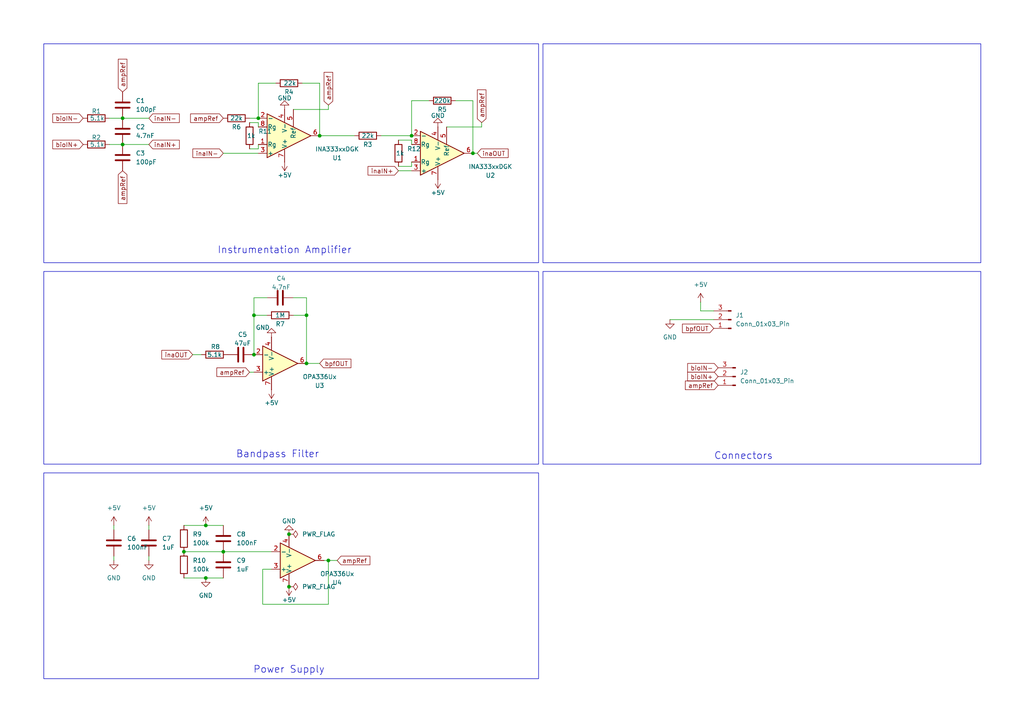
<source format=kicad_sch>
(kicad_sch
	(version 20250114)
	(generator "eeschema")
	(generator_version "9.0")
	(uuid "2a16e166-0b5a-4238-9215-36c7afd983fd")
	(paper "A4")
	(lib_symbols
		(symbol "Amplifier_Instrumentation:INA333xxDGK"
			(pin_names
				(offset 0.127)
			)
			(exclude_from_sim no)
			(in_bom yes)
			(on_board yes)
			(property "Reference" "U"
				(at 3.81 3.175 0)
				(effects
					(font
						(size 1.27 1.27)
					)
					(justify left)
				)
			)
			(property "Value" "INA333xxDGK"
				(at 3.81 -3.175 0)
				(effects
					(font
						(size 1.27 1.27)
					)
					(justify left)
				)
			)
			(property "Footprint" "Package_SO:VSSOP-8_3x3mm_P0.65mm"
				(at 0 -7.62 0)
				(effects
					(font
						(size 1.27 1.27)
					)
					(hide yes)
				)
			)
			(property "Datasheet" "https://www.ti.com/lit/ds/symlink/ina333.pdf"
				(at 2.54 0 0)
				(effects
					(font
						(size 1.27 1.27)
					)
					(hide yes)
				)
			)
			(property "Description" "Zero Drift, Micropower Instrumentation Amplifier G = 1 + 100kOhm/Rg, VSSOP-8"
				(at 0 0 0)
				(effects
					(font
						(size 1.27 1.27)
					)
					(hide yes)
				)
			)
			(property "ki_keywords" "instrumentation opamp amplifier"
				(at 0 0 0)
				(effects
					(font
						(size 1.27 1.27)
					)
					(hide yes)
				)
			)
			(property "ki_fp_filters" "VSSOP*3x3mm*P0.65mm*"
				(at 0 0 0)
				(effects
					(font
						(size 1.27 1.27)
					)
					(hide yes)
				)
			)
			(symbol "INA333xxDGK_0_1"
				(polyline
					(pts
						(xy 7.62 0) (xy -5.08 6.35) (xy -5.08 -6.35) (xy 7.62 0)
					)
					(stroke
						(width 0.254)
						(type default)
					)
					(fill
						(type background)
					)
				)
			)
			(symbol "INA333xxDGK_1_1"
				(pin input line
					(at -7.62 5.08 0)
					(length 2.54)
					(name "+"
						(effects
							(font
								(size 1.27 1.27)
							)
						)
					)
					(number "3"
						(effects
							(font
								(size 1.27 1.27)
							)
						)
					)
				)
				(pin passive line
					(at -7.62 2.54 0)
					(length 2.54)
					(name "Rg"
						(effects
							(font
								(size 1.27 1.27)
							)
						)
					)
					(number "1"
						(effects
							(font
								(size 1.27 1.27)
							)
						)
					)
				)
				(pin passive line
					(at -7.62 -2.54 0)
					(length 2.54)
					(name "Rg"
						(effects
							(font
								(size 1.27 1.27)
							)
						)
					)
					(number "8"
						(effects
							(font
								(size 1.27 1.27)
							)
						)
					)
				)
				(pin input line
					(at -7.62 -5.08 0)
					(length 2.54)
					(name "-"
						(effects
							(font
								(size 1.27 1.27)
							)
						)
					)
					(number "2"
						(effects
							(font
								(size 1.27 1.27)
							)
						)
					)
				)
				(pin power_in line
					(at 0 7.62 270)
					(length 3.81)
					(name "V+"
						(effects
							(font
								(size 1.27 1.27)
							)
						)
					)
					(number "7"
						(effects
							(font
								(size 1.27 1.27)
							)
						)
					)
				)
				(pin power_in line
					(at 0 -7.62 90)
					(length 3.81)
					(name "V-"
						(effects
							(font
								(size 1.27 1.27)
							)
						)
					)
					(number "4"
						(effects
							(font
								(size 1.27 1.27)
							)
						)
					)
				)
				(pin input line
					(at 2.54 -7.62 90)
					(length 5.08)
					(name "Ref"
						(effects
							(font
								(size 1.27 1.27)
							)
						)
					)
					(number "5"
						(effects
							(font
								(size 1.27 1.27)
							)
						)
					)
				)
				(pin output line
					(at 10.16 0 180)
					(length 2.54)
					(name "~"
						(effects
							(font
								(size 1.27 1.27)
							)
						)
					)
					(number "6"
						(effects
							(font
								(size 1.27 1.27)
							)
						)
					)
				)
			)
			(embedded_fonts no)
		)
		(symbol "Amplifier_Operational:OPA336Ux"
			(pin_names
				(offset 0.127)
			)
			(exclude_from_sim no)
			(in_bom yes)
			(on_board yes)
			(property "Reference" "U"
				(at 0 6.35 0)
				(effects
					(font
						(size 1.27 1.27)
					)
					(justify left)
				)
			)
			(property "Value" "OPA336Ux"
				(at 0 3.81 0)
				(effects
					(font
						(size 1.27 1.27)
					)
					(justify left)
				)
			)
			(property "Footprint" "Package_SO:SO-8_3.9x4.9mm_P1.27mm"
				(at -2.54 -5.08 0)
				(effects
					(font
						(size 1.27 1.27)
					)
					(justify left)
					(hide yes)
				)
			)
			(property "Datasheet" "https://www.ti.com/lit/ds/symlink/opa2336.pdf"
				(at 3.81 3.81 0)
				(effects
					(font
						(size 1.27 1.27)
					)
					(hide yes)
				)
			)
			(property "Description" "100 KHz, microPower CMOS, Op Amps, SO-8"
				(at 0 0 0)
				(effects
					(font
						(size 1.27 1.27)
					)
					(hide yes)
				)
			)
			(property "ki_keywords" "single opamp rail"
				(at 0 0 0)
				(effects
					(font
						(size 1.27 1.27)
					)
					(hide yes)
				)
			)
			(property "ki_fp_filters" "SO*3.9x4.9mm*P1.27mm*"
				(at 0 0 0)
				(effects
					(font
						(size 1.27 1.27)
					)
					(hide yes)
				)
			)
			(symbol "OPA336Ux_0_1"
				(polyline
					(pts
						(xy -5.08 5.08) (xy 5.08 0) (xy -5.08 -5.08) (xy -5.08 5.08)
					)
					(stroke
						(width 0.254)
						(type default)
					)
					(fill
						(type background)
					)
				)
			)
			(symbol "OPA336Ux_1_1"
				(pin input line
					(at -7.62 2.54 0)
					(length 2.54)
					(name "+"
						(effects
							(font
								(size 1.27 1.27)
							)
						)
					)
					(number "3"
						(effects
							(font
								(size 1.27 1.27)
							)
						)
					)
				)
				(pin input line
					(at -7.62 -2.54 0)
					(length 2.54)
					(name "-"
						(effects
							(font
								(size 1.27 1.27)
							)
						)
					)
					(number "2"
						(effects
							(font
								(size 1.27 1.27)
							)
						)
					)
				)
				(pin power_in line
					(at -2.54 7.62 270)
					(length 3.81)
					(name "V+"
						(effects
							(font
								(size 1.27 1.27)
							)
						)
					)
					(number "7"
						(effects
							(font
								(size 1.27 1.27)
							)
						)
					)
				)
				(pin no_connect line
					(at -2.54 2.54 270)
					(length 2.54)
					(hide yes)
					(name "NC"
						(effects
							(font
								(size 1.27 1.27)
							)
						)
					)
					(number "1"
						(effects
							(font
								(size 1.27 1.27)
							)
						)
					)
				)
				(pin power_in line
					(at -2.54 -7.62 90)
					(length 3.81)
					(name "V-"
						(effects
							(font
								(size 1.27 1.27)
							)
						)
					)
					(number "4"
						(effects
							(font
								(size 1.27 1.27)
							)
						)
					)
				)
				(pin no_connect line
					(at 0 2.54 270)
					(length 2.54)
					(hide yes)
					(name "NC"
						(effects
							(font
								(size 1.27 1.27)
							)
						)
					)
					(number "5"
						(effects
							(font
								(size 1.27 1.27)
							)
						)
					)
				)
				(pin no_connect line
					(at 0 -2.54 90)
					(length 2.54)
					(hide yes)
					(name "NC"
						(effects
							(font
								(size 1.27 1.27)
							)
						)
					)
					(number "8"
						(effects
							(font
								(size 1.27 1.27)
							)
						)
					)
				)
				(pin output line
					(at 7.62 0 180)
					(length 2.54)
					(name "~"
						(effects
							(font
								(size 1.27 1.27)
							)
						)
					)
					(number "6"
						(effects
							(font
								(size 1.27 1.27)
							)
						)
					)
				)
			)
			(embedded_fonts no)
		)
		(symbol "Connector:Conn_01x03_Pin"
			(pin_names
				(offset 1.016)
				(hide yes)
			)
			(exclude_from_sim no)
			(in_bom yes)
			(on_board yes)
			(property "Reference" "J"
				(at 0 5.08 0)
				(effects
					(font
						(size 1.27 1.27)
					)
				)
			)
			(property "Value" "Conn_01x03_Pin"
				(at 0 -5.08 0)
				(effects
					(font
						(size 1.27 1.27)
					)
				)
			)
			(property "Footprint" ""
				(at 0 0 0)
				(effects
					(font
						(size 1.27 1.27)
					)
					(hide yes)
				)
			)
			(property "Datasheet" "~"
				(at 0 0 0)
				(effects
					(font
						(size 1.27 1.27)
					)
					(hide yes)
				)
			)
			(property "Description" "Generic connector, single row, 01x03, script generated"
				(at 0 0 0)
				(effects
					(font
						(size 1.27 1.27)
					)
					(hide yes)
				)
			)
			(property "ki_locked" ""
				(at 0 0 0)
				(effects
					(font
						(size 1.27 1.27)
					)
				)
			)
			(property "ki_keywords" "connector"
				(at 0 0 0)
				(effects
					(font
						(size 1.27 1.27)
					)
					(hide yes)
				)
			)
			(property "ki_fp_filters" "Connector*:*_1x??_*"
				(at 0 0 0)
				(effects
					(font
						(size 1.27 1.27)
					)
					(hide yes)
				)
			)
			(symbol "Conn_01x03_Pin_1_1"
				(rectangle
					(start 0.8636 2.667)
					(end 0 2.413)
					(stroke
						(width 0.1524)
						(type default)
					)
					(fill
						(type outline)
					)
				)
				(rectangle
					(start 0.8636 0.127)
					(end 0 -0.127)
					(stroke
						(width 0.1524)
						(type default)
					)
					(fill
						(type outline)
					)
				)
				(rectangle
					(start 0.8636 -2.413)
					(end 0 -2.667)
					(stroke
						(width 0.1524)
						(type default)
					)
					(fill
						(type outline)
					)
				)
				(polyline
					(pts
						(xy 1.27 2.54) (xy 0.8636 2.54)
					)
					(stroke
						(width 0.1524)
						(type default)
					)
					(fill
						(type none)
					)
				)
				(polyline
					(pts
						(xy 1.27 0) (xy 0.8636 0)
					)
					(stroke
						(width 0.1524)
						(type default)
					)
					(fill
						(type none)
					)
				)
				(polyline
					(pts
						(xy 1.27 -2.54) (xy 0.8636 -2.54)
					)
					(stroke
						(width 0.1524)
						(type default)
					)
					(fill
						(type none)
					)
				)
				(pin passive line
					(at 5.08 2.54 180)
					(length 3.81)
					(name "Pin_1"
						(effects
							(font
								(size 1.27 1.27)
							)
						)
					)
					(number "1"
						(effects
							(font
								(size 1.27 1.27)
							)
						)
					)
				)
				(pin passive line
					(at 5.08 0 180)
					(length 3.81)
					(name "Pin_2"
						(effects
							(font
								(size 1.27 1.27)
							)
						)
					)
					(number "2"
						(effects
							(font
								(size 1.27 1.27)
							)
						)
					)
				)
				(pin passive line
					(at 5.08 -2.54 180)
					(length 3.81)
					(name "Pin_3"
						(effects
							(font
								(size 1.27 1.27)
							)
						)
					)
					(number "3"
						(effects
							(font
								(size 1.27 1.27)
							)
						)
					)
				)
			)
			(embedded_fonts no)
		)
		(symbol "Device:C"
			(pin_numbers
				(hide yes)
			)
			(pin_names
				(offset 0.254)
			)
			(exclude_from_sim no)
			(in_bom yes)
			(on_board yes)
			(property "Reference" "C"
				(at 0.635 2.54 0)
				(effects
					(font
						(size 1.27 1.27)
					)
					(justify left)
				)
			)
			(property "Value" "C"
				(at 0.635 -2.54 0)
				(effects
					(font
						(size 1.27 1.27)
					)
					(justify left)
				)
			)
			(property "Footprint" ""
				(at 0.9652 -3.81 0)
				(effects
					(font
						(size 1.27 1.27)
					)
					(hide yes)
				)
			)
			(property "Datasheet" "~"
				(at 0 0 0)
				(effects
					(font
						(size 1.27 1.27)
					)
					(hide yes)
				)
			)
			(property "Description" "Unpolarized capacitor"
				(at 0 0 0)
				(effects
					(font
						(size 1.27 1.27)
					)
					(hide yes)
				)
			)
			(property "ki_keywords" "cap capacitor"
				(at 0 0 0)
				(effects
					(font
						(size 1.27 1.27)
					)
					(hide yes)
				)
			)
			(property "ki_fp_filters" "C_*"
				(at 0 0 0)
				(effects
					(font
						(size 1.27 1.27)
					)
					(hide yes)
				)
			)
			(symbol "C_0_1"
				(polyline
					(pts
						(xy -2.032 0.762) (xy 2.032 0.762)
					)
					(stroke
						(width 0.508)
						(type default)
					)
					(fill
						(type none)
					)
				)
				(polyline
					(pts
						(xy -2.032 -0.762) (xy 2.032 -0.762)
					)
					(stroke
						(width 0.508)
						(type default)
					)
					(fill
						(type none)
					)
				)
			)
			(symbol "C_1_1"
				(pin passive line
					(at 0 3.81 270)
					(length 2.794)
					(name "~"
						(effects
							(font
								(size 1.27 1.27)
							)
						)
					)
					(number "1"
						(effects
							(font
								(size 1.27 1.27)
							)
						)
					)
				)
				(pin passive line
					(at 0 -3.81 90)
					(length 2.794)
					(name "~"
						(effects
							(font
								(size 1.27 1.27)
							)
						)
					)
					(number "2"
						(effects
							(font
								(size 1.27 1.27)
							)
						)
					)
				)
			)
			(embedded_fonts no)
		)
		(symbol "Device:R"
			(pin_numbers
				(hide yes)
			)
			(pin_names
				(offset 0)
			)
			(exclude_from_sim no)
			(in_bom yes)
			(on_board yes)
			(property "Reference" "R"
				(at 2.032 0 90)
				(effects
					(font
						(size 1.27 1.27)
					)
				)
			)
			(property "Value" "R"
				(at 0 0 90)
				(effects
					(font
						(size 1.27 1.27)
					)
				)
			)
			(property "Footprint" ""
				(at -1.778 0 90)
				(effects
					(font
						(size 1.27 1.27)
					)
					(hide yes)
				)
			)
			(property "Datasheet" "~"
				(at 0 0 0)
				(effects
					(font
						(size 1.27 1.27)
					)
					(hide yes)
				)
			)
			(property "Description" "Resistor"
				(at 0 0 0)
				(effects
					(font
						(size 1.27 1.27)
					)
					(hide yes)
				)
			)
			(property "ki_keywords" "R res resistor"
				(at 0 0 0)
				(effects
					(font
						(size 1.27 1.27)
					)
					(hide yes)
				)
			)
			(property "ki_fp_filters" "R_*"
				(at 0 0 0)
				(effects
					(font
						(size 1.27 1.27)
					)
					(hide yes)
				)
			)
			(symbol "R_0_1"
				(rectangle
					(start -1.016 -2.54)
					(end 1.016 2.54)
					(stroke
						(width 0.254)
						(type default)
					)
					(fill
						(type none)
					)
				)
			)
			(symbol "R_1_1"
				(pin passive line
					(at 0 3.81 270)
					(length 1.27)
					(name "~"
						(effects
							(font
								(size 1.27 1.27)
							)
						)
					)
					(number "1"
						(effects
							(font
								(size 1.27 1.27)
							)
						)
					)
				)
				(pin passive line
					(at 0 -3.81 90)
					(length 1.27)
					(name "~"
						(effects
							(font
								(size 1.27 1.27)
							)
						)
					)
					(number "2"
						(effects
							(font
								(size 1.27 1.27)
							)
						)
					)
				)
			)
			(embedded_fonts no)
		)
		(symbol "power:+5V"
			(power)
			(pin_numbers
				(hide yes)
			)
			(pin_names
				(offset 0)
				(hide yes)
			)
			(exclude_from_sim no)
			(in_bom yes)
			(on_board yes)
			(property "Reference" "#PWR"
				(at 0 -3.81 0)
				(effects
					(font
						(size 1.27 1.27)
					)
					(hide yes)
				)
			)
			(property "Value" "+5V"
				(at 0 3.556 0)
				(effects
					(font
						(size 1.27 1.27)
					)
				)
			)
			(property "Footprint" ""
				(at 0 0 0)
				(effects
					(font
						(size 1.27 1.27)
					)
					(hide yes)
				)
			)
			(property "Datasheet" ""
				(at 0 0 0)
				(effects
					(font
						(size 1.27 1.27)
					)
					(hide yes)
				)
			)
			(property "Description" "Power symbol creates a global label with name \"+5V\""
				(at 0 0 0)
				(effects
					(font
						(size 1.27 1.27)
					)
					(hide yes)
				)
			)
			(property "ki_keywords" "global power"
				(at 0 0 0)
				(effects
					(font
						(size 1.27 1.27)
					)
					(hide yes)
				)
			)
			(symbol "+5V_0_1"
				(polyline
					(pts
						(xy -0.762 1.27) (xy 0 2.54)
					)
					(stroke
						(width 0)
						(type default)
					)
					(fill
						(type none)
					)
				)
				(polyline
					(pts
						(xy 0 2.54) (xy 0.762 1.27)
					)
					(stroke
						(width 0)
						(type default)
					)
					(fill
						(type none)
					)
				)
				(polyline
					(pts
						(xy 0 0) (xy 0 2.54)
					)
					(stroke
						(width 0)
						(type default)
					)
					(fill
						(type none)
					)
				)
			)
			(symbol "+5V_1_1"
				(pin power_in line
					(at 0 0 90)
					(length 0)
					(name "~"
						(effects
							(font
								(size 1.27 1.27)
							)
						)
					)
					(number "1"
						(effects
							(font
								(size 1.27 1.27)
							)
						)
					)
				)
			)
			(embedded_fonts no)
		)
		(symbol "power:GND"
			(power)
			(pin_numbers
				(hide yes)
			)
			(pin_names
				(offset 0)
				(hide yes)
			)
			(exclude_from_sim no)
			(in_bom yes)
			(on_board yes)
			(property "Reference" "#PWR"
				(at 0 -6.35 0)
				(effects
					(font
						(size 1.27 1.27)
					)
					(hide yes)
				)
			)
			(property "Value" "GND"
				(at 0 -3.81 0)
				(effects
					(font
						(size 1.27 1.27)
					)
				)
			)
			(property "Footprint" ""
				(at 0 0 0)
				(effects
					(font
						(size 1.27 1.27)
					)
					(hide yes)
				)
			)
			(property "Datasheet" ""
				(at 0 0 0)
				(effects
					(font
						(size 1.27 1.27)
					)
					(hide yes)
				)
			)
			(property "Description" "Power symbol creates a global label with name \"GND\" , ground"
				(at 0 0 0)
				(effects
					(font
						(size 1.27 1.27)
					)
					(hide yes)
				)
			)
			(property "ki_keywords" "global power"
				(at 0 0 0)
				(effects
					(font
						(size 1.27 1.27)
					)
					(hide yes)
				)
			)
			(symbol "GND_0_1"
				(polyline
					(pts
						(xy 0 0) (xy 0 -1.27) (xy 1.27 -1.27) (xy 0 -2.54) (xy -1.27 -1.27) (xy 0 -1.27)
					)
					(stroke
						(width 0)
						(type default)
					)
					(fill
						(type none)
					)
				)
			)
			(symbol "GND_1_1"
				(pin power_in line
					(at 0 0 270)
					(length 0)
					(name "~"
						(effects
							(font
								(size 1.27 1.27)
							)
						)
					)
					(number "1"
						(effects
							(font
								(size 1.27 1.27)
							)
						)
					)
				)
			)
			(embedded_fonts no)
		)
		(symbol "power:PWR_FLAG"
			(power)
			(pin_numbers
				(hide yes)
			)
			(pin_names
				(offset 0)
				(hide yes)
			)
			(exclude_from_sim no)
			(in_bom yes)
			(on_board yes)
			(property "Reference" "#FLG"
				(at 0 1.905 0)
				(effects
					(font
						(size 1.27 1.27)
					)
					(hide yes)
				)
			)
			(property "Value" "PWR_FLAG"
				(at 0 3.81 0)
				(effects
					(font
						(size 1.27 1.27)
					)
				)
			)
			(property "Footprint" ""
				(at 0 0 0)
				(effects
					(font
						(size 1.27 1.27)
					)
					(hide yes)
				)
			)
			(property "Datasheet" "~"
				(at 0 0 0)
				(effects
					(font
						(size 1.27 1.27)
					)
					(hide yes)
				)
			)
			(property "Description" "Special symbol for telling ERC where power comes from"
				(at 0 0 0)
				(effects
					(font
						(size 1.27 1.27)
					)
					(hide yes)
				)
			)
			(property "ki_keywords" "flag power"
				(at 0 0 0)
				(effects
					(font
						(size 1.27 1.27)
					)
					(hide yes)
				)
			)
			(symbol "PWR_FLAG_0_0"
				(pin power_out line
					(at 0 0 90)
					(length 0)
					(name "~"
						(effects
							(font
								(size 1.27 1.27)
							)
						)
					)
					(number "1"
						(effects
							(font
								(size 1.27 1.27)
							)
						)
					)
				)
			)
			(symbol "PWR_FLAG_0_1"
				(polyline
					(pts
						(xy 0 0) (xy 0 1.27) (xy -1.016 1.905) (xy 0 2.54) (xy 1.016 1.905) (xy 0 1.27)
					)
					(stroke
						(width 0)
						(type default)
					)
					(fill
						(type none)
					)
				)
			)
			(embedded_fonts no)
		)
	)
	(rectangle
		(start 157.48 12.7)
		(end 284.48 76.2)
		(stroke
			(width 0)
			(type default)
		)
		(fill
			(type none)
		)
		(uuid 100a5485-2808-40e1-860b-8339769cfacf)
	)
	(rectangle
		(start 12.7 137.16)
		(end 156.21 196.85)
		(stroke
			(width 0)
			(type default)
		)
		(fill
			(type none)
		)
		(uuid 5d63f1ac-f053-4c05-a620-3def96a7de45)
	)
	(rectangle
		(start 12.7 12.7)
		(end 156.21 76.2)
		(stroke
			(width 0)
			(type default)
		)
		(fill
			(type none)
		)
		(uuid 9506cacd-e924-45c4-9f9b-d880898dd034)
	)
	(rectangle
		(start 157.48 78.74)
		(end 284.48 134.62)
		(stroke
			(width 0)
			(type default)
		)
		(fill
			(type none)
		)
		(uuid a3a9d849-2128-43c7-9d08-2f0a582a10e1)
	)
	(rectangle
		(start 12.7 78.74)
		(end 156.21 134.62)
		(stroke
			(width 0)
			(type default)
		)
		(fill
			(type none)
		)
		(uuid fcaf072c-aed8-4276-bda5-687afc4674be)
	)
	(text "Power Supply"
		(exclude_from_sim no)
		(at 83.82 194.31 0)
		(effects
			(font
				(size 2.032 2.032)
			)
		)
		(uuid "200d9279-4a4d-45c7-9619-fee2df29d491")
	)
	(text "Connectors"
		(exclude_from_sim no)
		(at 215.646 132.334 0)
		(effects
			(font
				(size 2.032 2.032)
			)
		)
		(uuid "50ce7298-b0b9-4fa8-9741-3107c44c6c22")
	)
	(text "Instrumentation Amplifier"
		(exclude_from_sim no)
		(at 82.55 72.644 0)
		(effects
			(font
				(size 2.032 2.032)
			)
		)
		(uuid "9aa7841d-a42c-4a0d-95ec-17bf75fbb061")
	)
	(text "Bandpass Filter"
		(exclude_from_sim no)
		(at 80.518 131.826 0)
		(effects
			(font
				(size 2.032 2.032)
			)
		)
		(uuid "ed00934c-44e2-4fe2-a108-b913c66f8982")
	)
	(junction
		(at 74.93 34.29)
		(diameter 0)
		(color 0 0 0 0)
		(uuid "129ec36a-e942-4a13-974e-efd52531362f")
	)
	(junction
		(at 83.82 154.94)
		(diameter 0)
		(color 0 0 0 0)
		(uuid "3814d1ff-2856-4785-a30d-ba36679e94f8")
	)
	(junction
		(at 64.77 160.02)
		(diameter 0)
		(color 0 0 0 0)
		(uuid "3bad59af-1a5b-45cd-87af-60799993e7de")
	)
	(junction
		(at 35.56 41.91)
		(diameter 0)
		(color 0 0 0 0)
		(uuid "40b1c62e-a0af-4525-84a7-b9fa786e7792")
	)
	(junction
		(at 83.82 170.18)
		(diameter 0)
		(color 0 0 0 0)
		(uuid "5ca03c4d-8516-4443-9d82-b1ae2f32369a")
	)
	(junction
		(at 53.34 160.02)
		(diameter 0)
		(color 0 0 0 0)
		(uuid "a843cd96-304f-4c07-9653-c1511afc95e8")
	)
	(junction
		(at 88.9 91.44)
		(diameter 0)
		(color 0 0 0 0)
		(uuid "b143d4ba-8e67-4579-94e7-3e7ad482bd5f")
	)
	(junction
		(at 59.69 167.64)
		(diameter 0)
		(color 0 0 0 0)
		(uuid "b528dcbf-011f-40b5-9efd-8507e4e19098")
	)
	(junction
		(at 88.9 105.41)
		(diameter 0)
		(color 0 0 0 0)
		(uuid "b7dff528-5fba-4c83-99a1-441e83bac086")
	)
	(junction
		(at 35.56 34.29)
		(diameter 0)
		(color 0 0 0 0)
		(uuid "b94b5a9a-ae48-4f1e-969b-461d6dd0f053")
	)
	(junction
		(at 119.38 39.37)
		(diameter 0)
		(color 0 0 0 0)
		(uuid "c9be1a5e-f3ba-4043-b8df-4677201c5ee4")
	)
	(junction
		(at 92.71 39.37)
		(diameter 0)
		(color 0 0 0 0)
		(uuid "da99a098-487b-46c3-9ddc-6e9de5622b92")
	)
	(junction
		(at 59.69 152.4)
		(diameter 0)
		(color 0 0 0 0)
		(uuid "e9cb5e48-bb8a-4484-ab29-81987d07a6fe")
	)
	(junction
		(at 95.25 162.56)
		(diameter 0)
		(color 0 0 0 0)
		(uuid "eb7ee9dc-9f33-49bf-957e-6967b852a265")
	)
	(junction
		(at 137.16 44.45)
		(diameter 0)
		(color 0 0 0 0)
		(uuid "ebe2ea38-4300-4284-ba88-f16e6c590f70")
	)
	(junction
		(at 73.66 91.44)
		(diameter 0)
		(color 0 0 0 0)
		(uuid "f6688a62-4ecb-4757-b44d-8f97edcea287")
	)
	(junction
		(at 73.66 102.87)
		(diameter 0)
		(color 0 0 0 0)
		(uuid "fa7efee0-5530-41e5-9466-789ad9b2392e")
	)
	(wire
		(pts
			(xy 76.2 175.26) (xy 95.25 175.26)
		)
		(stroke
			(width 0)
			(type default)
		)
		(uuid "001cf649-e4bc-461e-8a8f-6ced8440eb30")
	)
	(wire
		(pts
			(xy 88.9 91.44) (xy 88.9 105.41)
		)
		(stroke
			(width 0)
			(type default)
		)
		(uuid "0060817a-0d32-4b05-82d6-7d0ccf141122")
	)
	(wire
		(pts
			(xy 115.57 40.64) (xy 119.38 40.64)
		)
		(stroke
			(width 0)
			(type default)
		)
		(uuid "028b1002-8e2d-4046-8f89-ade0c0e022d8")
	)
	(wire
		(pts
			(xy 129.54 36.83) (xy 139.7 36.83)
		)
		(stroke
			(width 0)
			(type default)
		)
		(uuid "067aa8e2-7b86-4d64-8ee1-ce7ad34861b4")
	)
	(wire
		(pts
			(xy 92.71 39.37) (xy 102.87 39.37)
		)
		(stroke
			(width 0)
			(type default)
		)
		(uuid "0a316ac3-ec06-489b-8575-bf85ab5708d2")
	)
	(wire
		(pts
			(xy 35.56 34.29) (xy 43.18 34.29)
		)
		(stroke
			(width 0)
			(type default)
		)
		(uuid "1a40f745-14a4-4f6a-bec7-013c09987abe")
	)
	(wire
		(pts
			(xy 207.01 90.17) (xy 203.2 90.17)
		)
		(stroke
			(width 0)
			(type default)
		)
		(uuid "1d5ee294-4dc9-46d1-bf9f-c099c53a0be9")
	)
	(wire
		(pts
			(xy 95.25 162.56) (xy 93.98 162.56)
		)
		(stroke
			(width 0)
			(type default)
		)
		(uuid "260962a4-e400-4daa-a531-c3a550cc6e18")
	)
	(wire
		(pts
			(xy 33.02 161.29) (xy 33.02 162.56)
		)
		(stroke
			(width 0)
			(type default)
		)
		(uuid "297a33da-95f5-4240-a23f-c66c4da4ffa1")
	)
	(wire
		(pts
			(xy 33.02 152.4) (xy 33.02 153.67)
		)
		(stroke
			(width 0)
			(type default)
		)
		(uuid "2e2e4d40-12ff-4975-bad2-98066df616ee")
	)
	(wire
		(pts
			(xy 132.08 29.21) (xy 137.16 29.21)
		)
		(stroke
			(width 0)
			(type default)
		)
		(uuid "2f65bcf3-2c85-43ce-a68e-e4d8c8adf598")
	)
	(wire
		(pts
			(xy 77.47 86.36) (xy 73.66 86.36)
		)
		(stroke
			(width 0)
			(type default)
		)
		(uuid "312e7d93-e816-4896-b3e3-3c60d9cc4339")
	)
	(wire
		(pts
			(xy 53.34 152.4) (xy 59.69 152.4)
		)
		(stroke
			(width 0)
			(type default)
		)
		(uuid "3318ecf2-4811-47f8-b5a7-279dfadc4320")
	)
	(wire
		(pts
			(xy 119.38 29.21) (xy 119.38 39.37)
		)
		(stroke
			(width 0)
			(type default)
		)
		(uuid "33285b2a-158e-407b-acc7-1ddb420b08c6")
	)
	(wire
		(pts
			(xy 87.63 24.13) (xy 92.71 24.13)
		)
		(stroke
			(width 0)
			(type default)
		)
		(uuid "37a7df0a-fd0b-469d-8e05-e771d3bab50c")
	)
	(wire
		(pts
			(xy 76.2 165.1) (xy 76.2 175.26)
		)
		(stroke
			(width 0)
			(type default)
		)
		(uuid "37e4a5d7-4f39-4c8f-a3f1-98b7855686d0")
	)
	(wire
		(pts
			(xy 119.38 48.26) (xy 119.38 46.99)
		)
		(stroke
			(width 0)
			(type default)
		)
		(uuid "3a758ade-7c7e-4943-9b54-2a26402dbe59")
	)
	(wire
		(pts
			(xy 35.56 41.91) (xy 43.18 41.91)
		)
		(stroke
			(width 0)
			(type default)
		)
		(uuid "3c716f74-3039-469c-b070-7c125c57fb30")
	)
	(wire
		(pts
			(xy 74.93 24.13) (xy 74.93 34.29)
		)
		(stroke
			(width 0)
			(type default)
		)
		(uuid "42edc105-1647-4d1d-b039-5ccdd0fbc306")
	)
	(wire
		(pts
			(xy 139.7 36.83) (xy 139.7 35.56)
		)
		(stroke
			(width 0)
			(type default)
		)
		(uuid "48c33978-b4a7-450a-95ff-cc26e5dfb0a5")
	)
	(wire
		(pts
			(xy 53.34 167.64) (xy 59.69 167.64)
		)
		(stroke
			(width 0)
			(type default)
		)
		(uuid "4cb971d3-a3d4-46ad-bb0c-3d72f3386aa8")
	)
	(wire
		(pts
			(xy 95.25 30.48) (xy 95.25 31.75)
		)
		(stroke
			(width 0)
			(type default)
		)
		(uuid "4cc859dc-c75d-420c-9670-0e86cdc1e5f9")
	)
	(wire
		(pts
			(xy 72.39 107.95) (xy 73.66 107.95)
		)
		(stroke
			(width 0)
			(type default)
		)
		(uuid "590bab2c-1e6e-45f0-ad2a-3a3df8912364")
	)
	(wire
		(pts
			(xy 95.25 175.26) (xy 95.25 162.56)
		)
		(stroke
			(width 0)
			(type default)
		)
		(uuid "5d553a16-adc8-40f3-9301-998502573c39")
	)
	(wire
		(pts
			(xy 55.88 102.87) (xy 58.42 102.87)
		)
		(stroke
			(width 0)
			(type default)
		)
		(uuid "5d5b74a1-56bc-4273-aa74-422c44fb146e")
	)
	(wire
		(pts
			(xy 137.16 44.45) (xy 137.16 29.21)
		)
		(stroke
			(width 0)
			(type default)
		)
		(uuid "6519a984-f322-40cc-b332-812a7694687d")
	)
	(wire
		(pts
			(xy 88.9 86.36) (xy 88.9 91.44)
		)
		(stroke
			(width 0)
			(type default)
		)
		(uuid "65eda084-84c9-4b2f-b6fa-a252afa2b556")
	)
	(wire
		(pts
			(xy 74.93 35.56) (xy 74.93 36.83)
		)
		(stroke
			(width 0)
			(type default)
		)
		(uuid "6a49c98d-508c-471c-a582-2c45495b122b")
	)
	(wire
		(pts
			(xy 43.18 152.4) (xy 43.18 153.67)
		)
		(stroke
			(width 0)
			(type default)
		)
		(uuid "6a50188a-69ef-482e-8136-0f5b02bbcd1c")
	)
	(wire
		(pts
			(xy 59.69 167.64) (xy 64.77 167.64)
		)
		(stroke
			(width 0)
			(type default)
		)
		(uuid "6f14c9fa-2343-42c1-9762-d7e6944421d6")
	)
	(wire
		(pts
			(xy 115.57 48.26) (xy 119.38 48.26)
		)
		(stroke
			(width 0)
			(type default)
		)
		(uuid "71877730-d0af-4f3e-8043-ece165a9c9e0")
	)
	(wire
		(pts
			(xy 119.38 40.64) (xy 119.38 41.91)
		)
		(stroke
			(width 0)
			(type default)
		)
		(uuid "7456fc6c-0785-4cf3-ae79-8e4f22a7162a")
	)
	(wire
		(pts
			(xy 124.46 29.21) (xy 119.38 29.21)
		)
		(stroke
			(width 0)
			(type default)
		)
		(uuid "7646d666-661e-4a62-970a-3802ca95d0fa")
	)
	(wire
		(pts
			(xy 73.66 86.36) (xy 73.66 91.44)
		)
		(stroke
			(width 0)
			(type default)
		)
		(uuid "76753144-a6ad-442e-acc6-30d267f90734")
	)
	(wire
		(pts
			(xy 78.74 165.1) (xy 76.2 165.1)
		)
		(stroke
			(width 0)
			(type default)
		)
		(uuid "77bd27b2-feb8-4ea4-b543-72e6180afea9")
	)
	(wire
		(pts
			(xy 72.39 35.56) (xy 74.93 35.56)
		)
		(stroke
			(width 0)
			(type default)
		)
		(uuid "834dbd61-5b08-46b2-8558-5b6cb4dcf8be")
	)
	(wire
		(pts
			(xy 31.75 41.91) (xy 35.56 41.91)
		)
		(stroke
			(width 0)
			(type default)
		)
		(uuid "88e53ab7-7929-4cc9-93b2-945d95c85ca7")
	)
	(wire
		(pts
			(xy 80.01 24.13) (xy 74.93 24.13)
		)
		(stroke
			(width 0)
			(type default)
		)
		(uuid "8a019d5d-a739-4674-afe9-1698a2861e3e")
	)
	(wire
		(pts
			(xy 92.71 24.13) (xy 92.71 39.37)
		)
		(stroke
			(width 0)
			(type default)
		)
		(uuid "9220dc4d-bb0d-43ca-a353-4d280d6689cd")
	)
	(wire
		(pts
			(xy 64.77 160.02) (xy 78.74 160.02)
		)
		(stroke
			(width 0)
			(type default)
		)
		(uuid "946f3198-17df-42f2-98ec-717c55e39a6f")
	)
	(wire
		(pts
			(xy 110.49 39.37) (xy 119.38 39.37)
		)
		(stroke
			(width 0)
			(type default)
		)
		(uuid "a01c7def-1e45-42d1-ae5a-bbbadb588c30")
	)
	(wire
		(pts
			(xy 77.47 91.44) (xy 73.66 91.44)
		)
		(stroke
			(width 0)
			(type default)
		)
		(uuid "a447a2ff-84ad-406a-907e-6abf7ddbab3e")
	)
	(wire
		(pts
			(xy 203.2 90.17) (xy 203.2 87.63)
		)
		(stroke
			(width 0)
			(type default)
		)
		(uuid "a50f007c-a0dd-4ad2-8941-98e0d1c0b11b")
	)
	(wire
		(pts
			(xy 72.39 34.29) (xy 74.93 34.29)
		)
		(stroke
			(width 0)
			(type default)
		)
		(uuid "a875a677-b8a0-4962-81ed-6ff5a3fb78a9")
	)
	(wire
		(pts
			(xy 43.18 161.29) (xy 43.18 162.56)
		)
		(stroke
			(width 0)
			(type default)
		)
		(uuid "aba678d4-9852-4783-9ba7-924f711ec1b1")
	)
	(wire
		(pts
			(xy 85.09 86.36) (xy 88.9 86.36)
		)
		(stroke
			(width 0)
			(type default)
		)
		(uuid "b4477c64-52ea-4d56-a4b2-eea0452b9988")
	)
	(wire
		(pts
			(xy 74.93 41.91) (xy 74.93 43.18)
		)
		(stroke
			(width 0)
			(type default)
		)
		(uuid "b9e8e6ab-6478-4101-96f1-db83c1200b7d")
	)
	(wire
		(pts
			(xy 194.31 92.71) (xy 207.01 92.71)
		)
		(stroke
			(width 0)
			(type default)
		)
		(uuid "c80c6594-f2e2-46f6-b68c-7edf9a31c5b6")
	)
	(wire
		(pts
			(xy 115.57 49.53) (xy 119.38 49.53)
		)
		(stroke
			(width 0)
			(type default)
		)
		(uuid "cf354c5f-16aa-419e-bf46-f71b49c75cc1")
	)
	(wire
		(pts
			(xy 59.69 152.4) (xy 64.77 152.4)
		)
		(stroke
			(width 0)
			(type default)
		)
		(uuid "dd8640be-7501-4a0e-93d6-70fe17558dec")
	)
	(wire
		(pts
			(xy 95.25 31.75) (xy 85.09 31.75)
		)
		(stroke
			(width 0)
			(type default)
		)
		(uuid "e1635812-7d5f-4ff4-9262-cc8b4fba8e6f")
	)
	(wire
		(pts
			(xy 53.34 160.02) (xy 64.77 160.02)
		)
		(stroke
			(width 0)
			(type default)
		)
		(uuid "ec8682f2-f429-4327-a14f-fec19142d93f")
	)
	(wire
		(pts
			(xy 137.16 44.45) (xy 138.43 44.45)
		)
		(stroke
			(width 0)
			(type default)
		)
		(uuid "ee8f2f28-b926-44e7-b1f8-324ec54a740d")
	)
	(wire
		(pts
			(xy 31.75 34.29) (xy 35.56 34.29)
		)
		(stroke
			(width 0)
			(type default)
		)
		(uuid "f26b09b9-80e5-4904-a768-b59eab16273a")
	)
	(wire
		(pts
			(xy 64.77 44.45) (xy 74.93 44.45)
		)
		(stroke
			(width 0)
			(type default)
		)
		(uuid "f52f492d-6ca9-4a06-a52f-ef05108707a0")
	)
	(wire
		(pts
			(xy 73.66 91.44) (xy 73.66 102.87)
		)
		(stroke
			(width 0)
			(type default)
		)
		(uuid "f56dcdfc-ac34-4cea-878c-1ad60a51b902")
	)
	(wire
		(pts
			(xy 88.9 105.41) (xy 92.71 105.41)
		)
		(stroke
			(width 0)
			(type default)
		)
		(uuid "f83634bb-3cc1-42cf-8edc-4e0c7127801e")
	)
	(wire
		(pts
			(xy 85.09 91.44) (xy 88.9 91.44)
		)
		(stroke
			(width 0)
			(type default)
		)
		(uuid "f8a6697e-ee7f-4a35-b5b4-6959ce4e4e5c")
	)
	(wire
		(pts
			(xy 95.25 162.56) (xy 97.79 162.56)
		)
		(stroke
			(width 0)
			(type default)
		)
		(uuid "f90c1a80-1ce0-4650-9cec-dd0de47cfe5f")
	)
	(wire
		(pts
			(xy 74.93 43.18) (xy 72.39 43.18)
		)
		(stroke
			(width 0)
			(type default)
		)
		(uuid "fc55356b-07d2-41d6-bda3-d160ef011d98")
	)
	(global_label "ampRef"
		(shape input)
		(at 72.39 107.95 180)
		(fields_autoplaced yes)
		(effects
			(font
				(size 1.27 1.27)
			)
			(justify right)
		)
		(uuid "010a890f-8489-4beb-b30a-95e2968810ed")
		(property "Intersheetrefs" "${INTERSHEET_REFS}"
			(at 62.3292 107.95 0)
			(effects
				(font
					(size 1.27 1.27)
				)
				(justify right)
				(hide yes)
			)
		)
	)
	(global_label "inaOUT"
		(shape input)
		(at 55.88 102.87 180)
		(fields_autoplaced yes)
		(effects
			(font
				(size 1.27 1.27)
			)
			(justify right)
		)
		(uuid "0e14258a-053d-4a7b-a7bf-ae2e7dedaac3")
		(property "Intersheetrefs" "${INTERSHEET_REFS}"
			(at 46.3634 102.87 0)
			(effects
				(font
					(size 1.27 1.27)
				)
				(justify right)
				(hide yes)
			)
		)
	)
	(global_label "bioIN-"
		(shape input)
		(at 208.28 106.68 180)
		(fields_autoplaced yes)
		(effects
			(font
				(size 1.27 1.27)
			)
			(justify right)
		)
		(uuid "141bd086-fdc0-4951-b661-56587958e7a2")
		(property "Intersheetrefs" "${INTERSHEET_REFS}"
			(at 198.8843 106.68 0)
			(effects
				(font
					(size 1.27 1.27)
				)
				(justify right)
				(hide yes)
			)
		)
	)
	(global_label "inaIN-"
		(shape input)
		(at 43.18 34.29 0)
		(fields_autoplaced yes)
		(effects
			(font
				(size 1.27 1.27)
			)
			(justify left)
		)
		(uuid "1507f55f-418c-4ecb-886e-d92f75fab5a6")
		(property "Intersheetrefs" "${INTERSHEET_REFS}"
			(at 52.5757 34.29 0)
			(effects
				(font
					(size 1.27 1.27)
				)
				(justify left)
				(hide yes)
			)
		)
	)
	(global_label "ampRef"
		(shape input)
		(at 64.77 34.29 180)
		(fields_autoplaced yes)
		(effects
			(font
				(size 1.27 1.27)
			)
			(justify right)
		)
		(uuid "1ad3baea-2ccc-407d-b4c9-ba3e1a4e9c83")
		(property "Intersheetrefs" "${INTERSHEET_REFS}"
			(at 54.7092 34.29 0)
			(effects
				(font
					(size 1.27 1.27)
				)
				(justify right)
				(hide yes)
			)
		)
	)
	(global_label "ampRef"
		(shape input)
		(at 95.25 30.48 90)
		(fields_autoplaced yes)
		(effects
			(font
				(size 1.27 1.27)
			)
			(justify left)
		)
		(uuid "27e61ec4-edfa-44e3-9555-c575708506e1")
		(property "Intersheetrefs" "${INTERSHEET_REFS}"
			(at 95.25 20.4192 90)
			(effects
				(font
					(size 1.27 1.27)
				)
				(justify left)
				(hide yes)
			)
		)
	)
	(global_label "inaIN-"
		(shape input)
		(at 64.77 44.45 180)
		(fields_autoplaced yes)
		(effects
			(font
				(size 1.27 1.27)
			)
			(justify right)
		)
		(uuid "2f245a8d-2e5f-426a-8561-8fd9020c0f15")
		(property "Intersheetrefs" "${INTERSHEET_REFS}"
			(at 55.3743 44.45 0)
			(effects
				(font
					(size 1.27 1.27)
				)
				(justify right)
				(hide yes)
			)
		)
	)
	(global_label "bpfOUT"
		(shape input)
		(at 207.01 95.25 180)
		(fields_autoplaced yes)
		(effects
			(font
				(size 1.27 1.27)
			)
			(justify right)
		)
		(uuid "333ea750-05d1-42be-9ce0-7748426e6a3f")
		(property "Intersheetrefs" "${INTERSHEET_REFS}"
			(at 197.3725 95.25 0)
			(effects
				(font
					(size 1.27 1.27)
				)
				(justify right)
				(hide yes)
			)
		)
	)
	(global_label "ampRef"
		(shape input)
		(at 35.56 49.53 270)
		(fields_autoplaced yes)
		(effects
			(font
				(size 1.27 1.27)
			)
			(justify right)
		)
		(uuid "3b979db4-b650-4770-9b17-629fbd1f1cff")
		(property "Intersheetrefs" "${INTERSHEET_REFS}"
			(at 35.56 59.5908 90)
			(effects
				(font
					(size 1.27 1.27)
				)
				(justify right)
				(hide yes)
			)
		)
	)
	(global_label "inaIN+"
		(shape input)
		(at 115.57 49.53 180)
		(fields_autoplaced yes)
		(effects
			(font
				(size 1.27 1.27)
			)
			(justify right)
		)
		(uuid "4dc42bbf-d646-4362-9562-e2464cf00274")
		(property "Intersheetrefs" "${INTERSHEET_REFS}"
			(at 106.1743 49.53 0)
			(effects
				(font
					(size 1.27 1.27)
				)
				(justify right)
				(hide yes)
			)
		)
	)
	(global_label "bioIN+"
		(shape input)
		(at 24.13 41.91 180)
		(fields_autoplaced yes)
		(effects
			(font
				(size 1.27 1.27)
			)
			(justify right)
		)
		(uuid "6c3c1eda-9747-4b99-83ca-f2bb8591c4b0")
		(property "Intersheetrefs" "${INTERSHEET_REFS}"
			(at 14.7343 41.91 0)
			(effects
				(font
					(size 1.27 1.27)
				)
				(justify right)
				(hide yes)
			)
		)
	)
	(global_label "inaIN+"
		(shape input)
		(at 43.18 41.91 0)
		(fields_autoplaced yes)
		(effects
			(font
				(size 1.27 1.27)
			)
			(justify left)
		)
		(uuid "750a05b5-3c63-4f2e-a602-1d0b582a4fbc")
		(property "Intersheetrefs" "${INTERSHEET_REFS}"
			(at 52.5757 41.91 0)
			(effects
				(font
					(size 1.27 1.27)
				)
				(justify left)
				(hide yes)
			)
		)
	)
	(global_label "ampRef"
		(shape input)
		(at 35.56 26.67 90)
		(fields_autoplaced yes)
		(effects
			(font
				(size 1.27 1.27)
			)
			(justify left)
		)
		(uuid "94ce8751-c347-42af-ae74-3d3bc2fd9395")
		(property "Intersheetrefs" "${INTERSHEET_REFS}"
			(at 35.56 16.6092 90)
			(effects
				(font
					(size 1.27 1.27)
				)
				(justify left)
				(hide yes)
			)
		)
	)
	(global_label "ampRef"
		(shape input)
		(at 97.79 162.56 0)
		(fields_autoplaced yes)
		(effects
			(font
				(size 1.27 1.27)
			)
			(justify left)
		)
		(uuid "9573bb00-eff6-4dbf-89bd-741f7c8a4c51")
		(property "Intersheetrefs" "${INTERSHEET_REFS}"
			(at 107.8508 162.56 0)
			(effects
				(font
					(size 1.27 1.27)
				)
				(justify left)
				(hide yes)
			)
		)
	)
	(global_label "ampRef"
		(shape input)
		(at 139.7 35.56 90)
		(fields_autoplaced yes)
		(effects
			(font
				(size 1.27 1.27)
			)
			(justify left)
		)
		(uuid "9a9679e2-3a37-4f36-a5aa-40e54b890258")
		(property "Intersheetrefs" "${INTERSHEET_REFS}"
			(at 139.7 25.4992 90)
			(effects
				(font
					(size 1.27 1.27)
				)
				(justify left)
				(hide yes)
			)
		)
	)
	(global_label "bpfOUT"
		(shape input)
		(at 92.71 105.41 0)
		(fields_autoplaced yes)
		(effects
			(font
				(size 1.27 1.27)
			)
			(justify left)
		)
		(uuid "9d490356-1eac-4ebe-8057-47a36095ca8c")
		(property "Intersheetrefs" "${INTERSHEET_REFS}"
			(at 102.3475 105.41 0)
			(effects
				(font
					(size 1.27 1.27)
				)
				(justify left)
				(hide yes)
			)
		)
	)
	(global_label "inaOUT"
		(shape input)
		(at 138.43 44.45 0)
		(fields_autoplaced yes)
		(effects
			(font
				(size 1.27 1.27)
			)
			(justify left)
		)
		(uuid "9d4dc170-4311-4a44-9c69-e5176d483793")
		(property "Intersheetrefs" "${INTERSHEET_REFS}"
			(at 147.9466 44.45 0)
			(effects
				(font
					(size 1.27 1.27)
				)
				(justify left)
				(hide yes)
			)
		)
	)
	(global_label "bioIN+"
		(shape input)
		(at 208.28 109.22 180)
		(fields_autoplaced yes)
		(effects
			(font
				(size 1.27 1.27)
			)
			(justify right)
		)
		(uuid "9ff9845b-328a-4a7e-99f0-7049fc4c2b1b")
		(property "Intersheetrefs" "${INTERSHEET_REFS}"
			(at 198.8843 109.22 0)
			(effects
				(font
					(size 1.27 1.27)
				)
				(justify right)
				(hide yes)
			)
		)
	)
	(global_label "bioIN-"
		(shape input)
		(at 24.13 34.29 180)
		(fields_autoplaced yes)
		(effects
			(font
				(size 1.27 1.27)
			)
			(justify right)
		)
		(uuid "afdc18b1-821a-4338-ad78-120c99988596")
		(property "Intersheetrefs" "${INTERSHEET_REFS}"
			(at 14.7343 34.29 0)
			(effects
				(font
					(size 1.27 1.27)
				)
				(justify right)
				(hide yes)
			)
		)
	)
	(global_label "ampRef"
		(shape input)
		(at 208.28 111.76 180)
		(fields_autoplaced yes)
		(effects
			(font
				(size 1.27 1.27)
			)
			(justify right)
		)
		(uuid "cba6b842-8142-490e-9d24-9eca1d9e5bdf")
		(property "Intersheetrefs" "${INTERSHEET_REFS}"
			(at 198.2192 111.76 0)
			(effects
				(font
					(size 1.27 1.27)
				)
				(justify right)
				(hide yes)
			)
		)
	)
	(symbol
		(lib_id "power:GND")
		(at 127 36.83 180)
		(unit 1)
		(exclude_from_sim no)
		(in_bom yes)
		(on_board yes)
		(dnp no)
		(uuid "08f5dbb9-b08d-4936-85c1-4c850e8b73e7")
		(property "Reference" "#PWR016"
			(at 127 30.48 0)
			(effects
				(font
					(size 1.27 1.27)
				)
				(hide yes)
			)
		)
		(property "Value" "GND"
			(at 127 33.528 0)
			(effects
				(font
					(size 1.27 1.27)
				)
			)
		)
		(property "Footprint" ""
			(at 127 36.83 0)
			(effects
				(font
					(size 1.27 1.27)
				)
				(hide yes)
			)
		)
		(property "Datasheet" ""
			(at 127 36.83 0)
			(effects
				(font
					(size 1.27 1.27)
				)
				(hide yes)
			)
		)
		(property "Description" "Power symbol creates a global label with name \"GND\" , ground"
			(at 127 36.83 0)
			(effects
				(font
					(size 1.27 1.27)
				)
				(hide yes)
			)
		)
		(pin "1"
			(uuid "b8981ebe-a718-431b-923b-d6888ddd1c45")
		)
		(instances
			(project "CV_Projects"
				(path "/2a16e166-0b5a-4238-9215-36c7afd983fd"
					(reference "#PWR016")
					(unit 1)
				)
			)
		)
	)
	(symbol
		(lib_id "Device:R")
		(at 27.94 34.29 90)
		(unit 1)
		(exclude_from_sim no)
		(in_bom yes)
		(on_board yes)
		(dnp no)
		(uuid "0d9f3bf2-c173-43ae-88fc-168deedd5cd6")
		(property "Reference" "R1"
			(at 27.94 32.258 90)
			(effects
				(font
					(size 1.27 1.27)
				)
			)
		)
		(property "Value" "5.1k"
			(at 28.194 34.29 90)
			(effects
				(font
					(size 1.27 1.27)
				)
			)
		)
		(property "Footprint" "Resistor_SMD:R_0805_2012Metric"
			(at 27.94 36.068 90)
			(effects
				(font
					(size 1.27 1.27)
				)
				(hide yes)
			)
		)
		(property "Datasheet" "~"
			(at 27.94 34.29 0)
			(effects
				(font
					(size 1.27 1.27)
				)
				(hide yes)
			)
		)
		(property "Description" "Resistor"
			(at 27.94 34.29 0)
			(effects
				(font
					(size 1.27 1.27)
				)
				(hide yes)
			)
		)
		(pin "1"
			(uuid "10045d1c-88c8-4d45-8aa5-501a1f75a5f8")
		)
		(pin "2"
			(uuid "c9d59d5a-8812-4891-93b9-e7183eea5cfa")
		)
		(instances
			(project "CV_Projects"
				(path "/2a16e166-0b5a-4238-9215-36c7afd983fd"
					(reference "R1")
					(unit 1)
				)
			)
		)
	)
	(symbol
		(lib_id "Amplifier_Operational:OPA336Ux")
		(at 81.28 105.41 0)
		(mirror x)
		(unit 1)
		(exclude_from_sim no)
		(in_bom yes)
		(on_board yes)
		(dnp no)
		(uuid "0e880d4c-ff4e-418d-b43b-e880f18dfd54")
		(property "Reference" "U3"
			(at 92.71 111.8302 0)
			(effects
				(font
					(size 1.27 1.27)
				)
			)
		)
		(property "Value" "OPA336Ux"
			(at 92.71 109.2902 0)
			(effects
				(font
					(size 1.27 1.27)
				)
			)
		)
		(property "Footprint" "Package_SO:SO-8_3.9x4.9mm_P1.27mm"
			(at 78.74 100.33 0)
			(effects
				(font
					(size 1.27 1.27)
				)
				(justify left)
				(hide yes)
			)
		)
		(property "Datasheet" "https://www.ti.com/lit/ds/symlink/opa2336.pdf"
			(at 85.09 109.22 0)
			(effects
				(font
					(size 1.27 1.27)
				)
				(hide yes)
			)
		)
		(property "Description" "100 KHz, microPower CMOS, Op Amps, SO-8"
			(at 81.28 105.41 0)
			(effects
				(font
					(size 1.27 1.27)
				)
				(hide yes)
			)
		)
		(pin "2"
			(uuid "089219d4-0e13-49cf-8a49-29ad42725caa")
		)
		(pin "1"
			(uuid "e7722c29-9de4-4f9a-8c02-ad2caeb8fabe")
		)
		(pin "4"
			(uuid "97e0b379-b78f-4fd0-a007-0bffcb1d2604")
		)
		(pin "7"
			(uuid "7ef0476e-8dc9-42fb-9b1e-72f28355624c")
		)
		(pin "8"
			(uuid "3dd132b1-83e1-4e87-9ca4-e882a6dc2e75")
		)
		(pin "6"
			(uuid "75d37608-7ad0-4cd1-b7e8-e7d9114f03b0")
		)
		(pin "3"
			(uuid "f218a544-d998-482e-9469-b6ded34e0440")
		)
		(pin "5"
			(uuid "855c1540-5b0d-4de5-81a4-9b4789e79fd5")
		)
		(instances
			(project "CV_Projects"
				(path "/2a16e166-0b5a-4238-9215-36c7afd983fd"
					(reference "U3")
					(unit 1)
				)
			)
		)
	)
	(symbol
		(lib_id "power:+5V")
		(at 43.18 152.4 0)
		(unit 1)
		(exclude_from_sim no)
		(in_bom yes)
		(on_board yes)
		(dnp no)
		(fields_autoplaced yes)
		(uuid "12b6cc40-ed72-4f5c-9ca3-30a4e2017700")
		(property "Reference" "#PWR03"
			(at 43.18 156.21 0)
			(effects
				(font
					(size 1.27 1.27)
				)
				(hide yes)
			)
		)
		(property "Value" "+5V"
			(at 43.18 147.32 0)
			(effects
				(font
					(size 1.27 1.27)
				)
			)
		)
		(property "Footprint" ""
			(at 43.18 152.4 0)
			(effects
				(font
					(size 1.27 1.27)
				)
				(hide yes)
			)
		)
		(property "Datasheet" ""
			(at 43.18 152.4 0)
			(effects
				(font
					(size 1.27 1.27)
				)
				(hide yes)
			)
		)
		(property "Description" "Power symbol creates a global label with name \"+5V\""
			(at 43.18 152.4 0)
			(effects
				(font
					(size 1.27 1.27)
				)
				(hide yes)
			)
		)
		(pin "1"
			(uuid "9bfbe3ab-fa21-43fe-8368-654b84dfe7fc")
		)
		(instances
			(project "CV_Projects"
				(path "/2a16e166-0b5a-4238-9215-36c7afd983fd"
					(reference "#PWR03")
					(unit 1)
				)
			)
		)
	)
	(symbol
		(lib_id "Device:R")
		(at 81.28 91.44 90)
		(mirror x)
		(unit 1)
		(exclude_from_sim no)
		(in_bom yes)
		(on_board yes)
		(dnp no)
		(uuid "14fa18bf-d1ad-4b91-97a2-7e132b00c6eb")
		(property "Reference" "R7"
			(at 81.28 93.98 90)
			(effects
				(font
					(size 1.27 1.27)
				)
			)
		)
		(property "Value" "1M"
			(at 81.28 91.44 90)
			(effects
				(font
					(size 1.27 1.27)
				)
			)
		)
		(property "Footprint" "Resistor_SMD:R_0805_2012Metric"
			(at 81.28 89.662 90)
			(effects
				(font
					(size 1.27 1.27)
				)
				(hide yes)
			)
		)
		(property "Datasheet" "~"
			(at 81.28 91.44 0)
			(effects
				(font
					(size 1.27 1.27)
				)
				(hide yes)
			)
		)
		(property "Description" "Resistor"
			(at 81.28 91.44 0)
			(effects
				(font
					(size 1.27 1.27)
				)
				(hide yes)
			)
		)
		(pin "1"
			(uuid "77540a3e-5452-4323-9610-71ae87f7137d")
		)
		(pin "2"
			(uuid "8598c80a-421d-4886-8943-adf674e2ec17")
		)
		(instances
			(project "CV_Projects"
				(path "/2a16e166-0b5a-4238-9215-36c7afd983fd"
					(reference "R7")
					(unit 1)
				)
			)
		)
	)
	(symbol
		(lib_id "power:GND")
		(at 43.18 162.56 0)
		(unit 1)
		(exclude_from_sim no)
		(in_bom yes)
		(on_board yes)
		(dnp no)
		(fields_autoplaced yes)
		(uuid "156b42e4-4c42-425e-94e5-e0ad6ef05c44")
		(property "Reference" "#PWR07"
			(at 43.18 168.91 0)
			(effects
				(font
					(size 1.27 1.27)
				)
				(hide yes)
			)
		)
		(property "Value" "GND"
			(at 43.18 167.64 0)
			(effects
				(font
					(size 1.27 1.27)
				)
			)
		)
		(property "Footprint" ""
			(at 43.18 162.56 0)
			(effects
				(font
					(size 1.27 1.27)
				)
				(hide yes)
			)
		)
		(property "Datasheet" ""
			(at 43.18 162.56 0)
			(effects
				(font
					(size 1.27 1.27)
				)
				(hide yes)
			)
		)
		(property "Description" "Power symbol creates a global label with name \"GND\" , ground"
			(at 43.18 162.56 0)
			(effects
				(font
					(size 1.27 1.27)
				)
				(hide yes)
			)
		)
		(pin "1"
			(uuid "a794b4b8-d6be-4b30-b8f4-dcad240401d0")
		)
		(instances
			(project "CV_Projects"
				(path "/2a16e166-0b5a-4238-9215-36c7afd983fd"
					(reference "#PWR07")
					(unit 1)
				)
			)
		)
	)
	(symbol
		(lib_id "power:+5V")
		(at 83.82 170.18 180)
		(unit 1)
		(exclude_from_sim no)
		(in_bom yes)
		(on_board yes)
		(dnp no)
		(uuid "18be35ba-b624-41a5-8027-70ea8926d48e")
		(property "Reference" "#PWR01"
			(at 83.82 166.37 0)
			(effects
				(font
					(size 1.27 1.27)
				)
				(hide yes)
			)
		)
		(property "Value" "+5V"
			(at 83.82 173.99 0)
			(effects
				(font
					(size 1.27 1.27)
				)
			)
		)
		(property "Footprint" ""
			(at 83.82 170.18 0)
			(effects
				(font
					(size 1.27 1.27)
				)
				(hide yes)
			)
		)
		(property "Datasheet" ""
			(at 83.82 170.18 0)
			(effects
				(font
					(size 1.27 1.27)
				)
				(hide yes)
			)
		)
		(property "Description" "Power symbol creates a global label with name \"+5V\""
			(at 83.82 170.18 0)
			(effects
				(font
					(size 1.27 1.27)
				)
				(hide yes)
			)
		)
		(pin "1"
			(uuid "720174a1-ec89-44f2-96a7-0b02118929e1")
		)
		(instances
			(project "CV_Projects"
				(path "/2a16e166-0b5a-4238-9215-36c7afd983fd"
					(reference "#PWR01")
					(unit 1)
				)
			)
		)
	)
	(symbol
		(lib_id "power:+5V")
		(at 203.2 87.63 0)
		(unit 1)
		(exclude_from_sim no)
		(in_bom yes)
		(on_board yes)
		(dnp no)
		(fields_autoplaced yes)
		(uuid "1beca5a8-bb42-4200-bcd3-5cd06e401068")
		(property "Reference" "#PWR09"
			(at 203.2 91.44 0)
			(effects
				(font
					(size 1.27 1.27)
				)
				(hide yes)
			)
		)
		(property "Value" "+5V"
			(at 203.2 82.55 0)
			(effects
				(font
					(size 1.27 1.27)
				)
			)
		)
		(property "Footprint" ""
			(at 203.2 87.63 0)
			(effects
				(font
					(size 1.27 1.27)
				)
				(hide yes)
			)
		)
		(property "Datasheet" ""
			(at 203.2 87.63 0)
			(effects
				(font
					(size 1.27 1.27)
				)
				(hide yes)
			)
		)
		(property "Description" "Power symbol creates a global label with name \"+5V\""
			(at 203.2 87.63 0)
			(effects
				(font
					(size 1.27 1.27)
				)
				(hide yes)
			)
		)
		(pin "1"
			(uuid "c4141860-bc1b-4898-b14e-8609c4914821")
		)
		(instances
			(project "CV_Projects"
				(path "/2a16e166-0b5a-4238-9215-36c7afd983fd"
					(reference "#PWR09")
					(unit 1)
				)
			)
		)
	)
	(symbol
		(lib_id "power:GND")
		(at 82.55 31.75 180)
		(unit 1)
		(exclude_from_sim no)
		(in_bom yes)
		(on_board yes)
		(dnp no)
		(uuid "44b03527-cc73-4407-ad4f-fd244537e31b")
		(property "Reference" "#PWR015"
			(at 82.55 25.4 0)
			(effects
				(font
					(size 1.27 1.27)
				)
				(hide yes)
			)
		)
		(property "Value" "GND"
			(at 82.55 28.448 0)
			(effects
				(font
					(size 1.27 1.27)
				)
			)
		)
		(property "Footprint" ""
			(at 82.55 31.75 0)
			(effects
				(font
					(size 1.27 1.27)
				)
				(hide yes)
			)
		)
		(property "Datasheet" ""
			(at 82.55 31.75 0)
			(effects
				(font
					(size 1.27 1.27)
				)
				(hide yes)
			)
		)
		(property "Description" "Power symbol creates a global label with name \"GND\" , ground"
			(at 82.55 31.75 0)
			(effects
				(font
					(size 1.27 1.27)
				)
				(hide yes)
			)
		)
		(pin "1"
			(uuid "289906b1-df94-4b8b-8ade-e58a9879e2b6")
		)
		(instances
			(project "CV_Projects"
				(path "/2a16e166-0b5a-4238-9215-36c7afd983fd"
					(reference "#PWR015")
					(unit 1)
				)
			)
		)
	)
	(symbol
		(lib_id "Device:R")
		(at 53.34 163.83 0)
		(unit 1)
		(exclude_from_sim no)
		(in_bom yes)
		(on_board yes)
		(dnp no)
		(fields_autoplaced yes)
		(uuid "46e7afa0-4846-4ad1-9d3f-2575aef92bd4")
		(property "Reference" "R10"
			(at 55.88 162.5599 0)
			(effects
				(font
					(size 1.27 1.27)
				)
				(justify left)
			)
		)
		(property "Value" "100k"
			(at 55.88 165.0999 0)
			(effects
				(font
					(size 1.27 1.27)
				)
				(justify left)
			)
		)
		(property "Footprint" "Resistor_SMD:R_0805_2012Metric"
			(at 51.562 163.83 90)
			(effects
				(font
					(size 1.27 1.27)
				)
				(hide yes)
			)
		)
		(property "Datasheet" "~"
			(at 53.34 163.83 0)
			(effects
				(font
					(size 1.27 1.27)
				)
				(hide yes)
			)
		)
		(property "Description" "Resistor"
			(at 53.34 163.83 0)
			(effects
				(font
					(size 1.27 1.27)
				)
				(hide yes)
			)
		)
		(pin "1"
			(uuid "cee36e40-5362-4276-a0da-8419eacb0b68")
		)
		(pin "2"
			(uuid "a848cb62-582a-4666-83cc-6502d3e29c7b")
		)
		(instances
			(project "CV_Projects"
				(path "/2a16e166-0b5a-4238-9215-36c7afd983fd"
					(reference "R10")
					(unit 1)
				)
			)
		)
	)
	(symbol
		(lib_id "power:PWR_FLAG")
		(at 83.82 170.18 270)
		(unit 1)
		(exclude_from_sim no)
		(in_bom yes)
		(on_board yes)
		(dnp no)
		(fields_autoplaced yes)
		(uuid "4d8b4981-49e6-4d41-a79e-da3cfc020179")
		(property "Reference" "#FLG02"
			(at 85.725 170.18 0)
			(effects
				(font
					(size 1.27 1.27)
				)
				(hide yes)
			)
		)
		(property "Value" "PWR_FLAG"
			(at 87.63 170.1799 90)
			(effects
				(font
					(size 1.27 1.27)
				)
				(justify left)
			)
		)
		(property "Footprint" ""
			(at 83.82 170.18 0)
			(effects
				(font
					(size 1.27 1.27)
				)
				(hide yes)
			)
		)
		(property "Datasheet" "~"
			(at 83.82 170.18 0)
			(effects
				(font
					(size 1.27 1.27)
				)
				(hide yes)
			)
		)
		(property "Description" "Special symbol for telling ERC where power comes from"
			(at 83.82 170.18 0)
			(effects
				(font
					(size 1.27 1.27)
				)
				(hide yes)
			)
		)
		(pin "1"
			(uuid "71235a44-e87c-40c6-b520-bb0bc8c0db3e")
		)
		(instances
			(project "CV_Projects"
				(path "/2a16e166-0b5a-4238-9215-36c7afd983fd"
					(reference "#FLG02")
					(unit 1)
				)
			)
		)
	)
	(symbol
		(lib_id "power:+5V")
		(at 59.69 152.4 0)
		(unit 1)
		(exclude_from_sim no)
		(in_bom yes)
		(on_board yes)
		(dnp no)
		(fields_autoplaced yes)
		(uuid "4d9b8c93-9f8a-410e-86b1-f9a46901af29")
		(property "Reference" "#PWR04"
			(at 59.69 156.21 0)
			(effects
				(font
					(size 1.27 1.27)
				)
				(hide yes)
			)
		)
		(property "Value" "+5V"
			(at 59.69 147.32 0)
			(effects
				(font
					(size 1.27 1.27)
				)
			)
		)
		(property "Footprint" ""
			(at 59.69 152.4 0)
			(effects
				(font
					(size 1.27 1.27)
				)
				(hide yes)
			)
		)
		(property "Datasheet" ""
			(at 59.69 152.4 0)
			(effects
				(font
					(size 1.27 1.27)
				)
				(hide yes)
			)
		)
		(property "Description" "Power symbol creates a global label with name \"+5V\""
			(at 59.69 152.4 0)
			(effects
				(font
					(size 1.27 1.27)
				)
				(hide yes)
			)
		)
		(pin "1"
			(uuid "cc6cf65d-ea0d-4ac7-97da-58afd2aed0d7")
		)
		(instances
			(project "CV_Projects"
				(path "/2a16e166-0b5a-4238-9215-36c7afd983fd"
					(reference "#PWR04")
					(unit 1)
				)
			)
		)
	)
	(symbol
		(lib_id "Device:R")
		(at 53.34 156.21 0)
		(unit 1)
		(exclude_from_sim no)
		(in_bom yes)
		(on_board yes)
		(dnp no)
		(fields_autoplaced yes)
		(uuid "503a0cdf-294f-4326-b76a-5f722cdbbe34")
		(property "Reference" "R9"
			(at 55.88 154.9399 0)
			(effects
				(font
					(size 1.27 1.27)
				)
				(justify left)
			)
		)
		(property "Value" "100k"
			(at 55.88 157.4799 0)
			(effects
				(font
					(size 1.27 1.27)
				)
				(justify left)
			)
		)
		(property "Footprint" "Resistor_SMD:R_0805_2012Metric"
			(at 51.562 156.21 90)
			(effects
				(font
					(size 1.27 1.27)
				)
				(hide yes)
			)
		)
		(property "Datasheet" "~"
			(at 53.34 156.21 0)
			(effects
				(font
					(size 1.27 1.27)
				)
				(hide yes)
			)
		)
		(property "Description" "Resistor"
			(at 53.34 156.21 0)
			(effects
				(font
					(size 1.27 1.27)
				)
				(hide yes)
			)
		)
		(pin "1"
			(uuid "4818e365-d18e-4a45-be86-52a89cc176f9")
		)
		(pin "2"
			(uuid "a8f6fdaf-115e-4551-88bd-425aebb81010")
		)
		(instances
			(project "CV_Projects"
				(path "/2a16e166-0b5a-4238-9215-36c7afd983fd"
					(reference "R9")
					(unit 1)
				)
			)
		)
	)
	(symbol
		(lib_id "Device:C")
		(at 33.02 157.48 0)
		(unit 1)
		(exclude_from_sim no)
		(in_bom yes)
		(on_board yes)
		(dnp no)
		(fields_autoplaced yes)
		(uuid "53eb71c3-1271-40b2-9597-89515b1d9395")
		(property "Reference" "C6"
			(at 36.83 156.2099 0)
			(effects
				(font
					(size 1.27 1.27)
				)
				(justify left)
			)
		)
		(property "Value" "100nF"
			(at 36.83 158.7499 0)
			(effects
				(font
					(size 1.27 1.27)
				)
				(justify left)
			)
		)
		(property "Footprint" "Capacitor_SMD:C_0603_1608Metric"
			(at 33.9852 161.29 0)
			(effects
				(font
					(size 1.27 1.27)
				)
				(hide yes)
			)
		)
		(property "Datasheet" "~"
			(at 33.02 157.48 0)
			(effects
				(font
					(size 1.27 1.27)
				)
				(hide yes)
			)
		)
		(property "Description" "Unpolarized capacitor"
			(at 33.02 157.48 0)
			(effects
				(font
					(size 1.27 1.27)
				)
				(hide yes)
			)
		)
		(pin "1"
			(uuid "91e379f8-022a-411e-a922-1a045223362b")
		)
		(pin "2"
			(uuid "64d5a462-2ef8-4e16-965e-794070a41410")
		)
		(instances
			(project "CV_Projects"
				(path "/2a16e166-0b5a-4238-9215-36c7afd983fd"
					(reference "C6")
					(unit 1)
				)
			)
		)
	)
	(symbol
		(lib_id "Device:C")
		(at 64.77 156.21 0)
		(unit 1)
		(exclude_from_sim no)
		(in_bom yes)
		(on_board yes)
		(dnp no)
		(fields_autoplaced yes)
		(uuid "56c9bbc6-ff83-4d21-8881-2baa23f9180d")
		(property "Reference" "C8"
			(at 68.58 154.9399 0)
			(effects
				(font
					(size 1.27 1.27)
				)
				(justify left)
			)
		)
		(property "Value" "100nF"
			(at 68.58 157.4799 0)
			(effects
				(font
					(size 1.27 1.27)
				)
				(justify left)
			)
		)
		(property "Footprint" "Capacitor_SMD:C_0603_1608Metric"
			(at 65.7352 160.02 0)
			(effects
				(font
					(size 1.27 1.27)
				)
				(hide yes)
			)
		)
		(property "Datasheet" "~"
			(at 64.77 156.21 0)
			(effects
				(font
					(size 1.27 1.27)
				)
				(hide yes)
			)
		)
		(property "Description" "Unpolarized capacitor"
			(at 64.77 156.21 0)
			(effects
				(font
					(size 1.27 1.27)
				)
				(hide yes)
			)
		)
		(pin "1"
			(uuid "3d7944cf-b571-4135-b112-95fe1eee2663")
		)
		(pin "2"
			(uuid "ef0f1696-6804-4642-8476-a89ab540fa29")
		)
		(instances
			(project "CV_Projects"
				(path "/2a16e166-0b5a-4238-9215-36c7afd983fd"
					(reference "C8")
					(unit 1)
				)
			)
		)
	)
	(symbol
		(lib_id "Amplifier_Instrumentation:INA333xxDGK")
		(at 127 44.45 0)
		(mirror x)
		(unit 1)
		(exclude_from_sim no)
		(in_bom yes)
		(on_board yes)
		(dnp no)
		(fields_autoplaced yes)
		(uuid "5fbdc4bc-4232-4b99-8e43-5d678e243382")
		(property "Reference" "U2"
			(at 142.24 50.8702 0)
			(effects
				(font
					(size 1.27 1.27)
				)
			)
		)
		(property "Value" "INA333xxDGK"
			(at 142.24 48.3302 0)
			(effects
				(font
					(size 1.27 1.27)
				)
			)
		)
		(property "Footprint" "Package_SO:VSSOP-8_3x3mm_P0.65mm"
			(at 127 36.83 0)
			(effects
				(font
					(size 1.27 1.27)
				)
				(hide yes)
			)
		)
		(property "Datasheet" "https://www.ti.com/lit/ds/symlink/ina333.pdf"
			(at 129.54 44.45 0)
			(effects
				(font
					(size 1.27 1.27)
				)
				(hide yes)
			)
		)
		(property "Description" "Zero Drift, Micropower Instrumentation Amplifier G = 1 + 100kOhm/Rg, VSSOP-8"
			(at 127 44.45 0)
			(effects
				(font
					(size 1.27 1.27)
				)
				(hide yes)
			)
		)
		(pin "1"
			(uuid "be3ccd6e-2409-492c-b23c-4f2043cc19be")
		)
		(pin "7"
			(uuid "bfedfef9-02f7-4238-9e64-8dcf9902e555")
		)
		(pin "4"
			(uuid "365d9663-0755-46d6-9a9d-123c75162f75")
		)
		(pin "6"
			(uuid "121ab197-55d5-4b8a-888c-ada5a74c31d2")
		)
		(pin "3"
			(uuid "b04cda18-9339-46ce-bad5-0dd389b23628")
		)
		(pin "8"
			(uuid "46842788-98a9-49a7-a20a-a2bf5523c092")
		)
		(pin "5"
			(uuid "2c9141da-f986-4192-ac78-510668b558cd")
		)
		(pin "2"
			(uuid "fcca597f-e304-4350-ad33-8ec7c591a570")
		)
		(instances
			(project "CV_Projects"
				(path "/2a16e166-0b5a-4238-9215-36c7afd983fd"
					(reference "U2")
					(unit 1)
				)
			)
		)
	)
	(symbol
		(lib_id "power:GND")
		(at 59.69 167.64 0)
		(unit 1)
		(exclude_from_sim no)
		(in_bom yes)
		(on_board yes)
		(dnp no)
		(fields_autoplaced yes)
		(uuid "622a9985-7d05-44df-887f-557aece91407")
		(property "Reference" "#PWR08"
			(at 59.69 173.99 0)
			(effects
				(font
					(size 1.27 1.27)
				)
				(hide yes)
			)
		)
		(property "Value" "GND"
			(at 59.69 172.72 0)
			(effects
				(font
					(size 1.27 1.27)
				)
			)
		)
		(property "Footprint" ""
			(at 59.69 167.64 0)
			(effects
				(font
					(size 1.27 1.27)
				)
				(hide yes)
			)
		)
		(property "Datasheet" ""
			(at 59.69 167.64 0)
			(effects
				(font
					(size 1.27 1.27)
				)
				(hide yes)
			)
		)
		(property "Description" "Power symbol creates a global label with name \"GND\" , ground"
			(at 59.69 167.64 0)
			(effects
				(font
					(size 1.27 1.27)
				)
				(hide yes)
			)
		)
		(pin "1"
			(uuid "e9a665fa-f6e5-4444-91e0-0a11e1cd42cd")
		)
		(instances
			(project "CV_Projects"
				(path "/2a16e166-0b5a-4238-9215-36c7afd983fd"
					(reference "#PWR08")
					(unit 1)
				)
			)
		)
	)
	(symbol
		(lib_id "Device:C")
		(at 81.28 86.36 90)
		(unit 1)
		(exclude_from_sim no)
		(in_bom yes)
		(on_board yes)
		(dnp no)
		(uuid "6520ba01-9aa4-4674-9127-2bfbfbb11ac5")
		(property "Reference" "C4"
			(at 81.534 80.772 90)
			(effects
				(font
					(size 1.27 1.27)
				)
			)
		)
		(property "Value" "4.7nF"
			(at 81.534 83.312 90)
			(effects
				(font
					(size 1.27 1.27)
				)
			)
		)
		(property "Footprint" "Capacitor_SMD:C_0603_1608Metric"
			(at 85.09 85.3948 0)
			(effects
				(font
					(size 1.27 1.27)
				)
				(hide yes)
			)
		)
		(property "Datasheet" "~"
			(at 81.28 86.36 0)
			(effects
				(font
					(size 1.27 1.27)
				)
				(hide yes)
			)
		)
		(property "Description" "Unpolarized capacitor"
			(at 81.28 86.36 0)
			(effects
				(font
					(size 1.27 1.27)
				)
				(hide yes)
			)
		)
		(pin "1"
			(uuid "0b21f10d-197f-4857-9cd8-1ef4629452c3")
		)
		(pin "2"
			(uuid "f84b8523-b529-47c0-af07-598322990dca")
		)
		(instances
			(project "CV_Projects"
				(path "/2a16e166-0b5a-4238-9215-36c7afd983fd"
					(reference "C4")
					(unit 1)
				)
			)
		)
	)
	(symbol
		(lib_id "power:GND")
		(at 78.74 97.79 180)
		(unit 1)
		(exclude_from_sim no)
		(in_bom yes)
		(on_board yes)
		(dnp no)
		(uuid "6ab57576-4922-4f31-ac54-719f40d87dbf")
		(property "Reference" "#PWR014"
			(at 78.74 91.44 0)
			(effects
				(font
					(size 1.27 1.27)
				)
				(hide yes)
			)
		)
		(property "Value" "GND"
			(at 76.2 94.996 0)
			(effects
				(font
					(size 1.27 1.27)
				)
			)
		)
		(property "Footprint" ""
			(at 78.74 97.79 0)
			(effects
				(font
					(size 1.27 1.27)
				)
				(hide yes)
			)
		)
		(property "Datasheet" ""
			(at 78.74 97.79 0)
			(effects
				(font
					(size 1.27 1.27)
				)
				(hide yes)
			)
		)
		(property "Description" "Power symbol creates a global label with name \"GND\" , ground"
			(at 78.74 97.79 0)
			(effects
				(font
					(size 1.27 1.27)
				)
				(hide yes)
			)
		)
		(pin "1"
			(uuid "8c9cca2a-b9da-453b-ada8-96854ffc4b19")
		)
		(instances
			(project "CV_Projects"
				(path "/2a16e166-0b5a-4238-9215-36c7afd983fd"
					(reference "#PWR014")
					(unit 1)
				)
			)
		)
	)
	(symbol
		(lib_id "Device:C")
		(at 35.56 45.72 0)
		(unit 1)
		(exclude_from_sim no)
		(in_bom yes)
		(on_board yes)
		(dnp no)
		(fields_autoplaced yes)
		(uuid "6d3c04ba-50bc-4c59-9ffe-052c326b748c")
		(property "Reference" "C3"
			(at 39.37 44.4499 0)
			(effects
				(font
					(size 1.27 1.27)
				)
				(justify left)
			)
		)
		(property "Value" "100pF"
			(at 39.37 46.9899 0)
			(effects
				(font
					(size 1.27 1.27)
				)
				(justify left)
			)
		)
		(property "Footprint" "Capacitor_SMD:C_0603_1608Metric"
			(at 36.5252 49.53 0)
			(effects
				(font
					(size 1.27 1.27)
				)
				(hide yes)
			)
		)
		(property "Datasheet" "~"
			(at 35.56 45.72 0)
			(effects
				(font
					(size 1.27 1.27)
				)
				(hide yes)
			)
		)
		(property "Description" "Unpolarized capacitor"
			(at 35.56 45.72 0)
			(effects
				(font
					(size 1.27 1.27)
				)
				(hide yes)
			)
		)
		(pin "1"
			(uuid "e98abbe7-1839-44b2-9bbd-b3170e455694")
		)
		(pin "2"
			(uuid "8b7945d4-761c-49f3-936c-f801b10c10e7")
		)
		(instances
			(project "CV_Projects"
				(path "/2a16e166-0b5a-4238-9215-36c7afd983fd"
					(reference "C3")
					(unit 1)
				)
			)
		)
	)
	(symbol
		(lib_id "Device:C")
		(at 43.18 157.48 0)
		(unit 1)
		(exclude_from_sim no)
		(in_bom yes)
		(on_board yes)
		(dnp no)
		(fields_autoplaced yes)
		(uuid "6f65d7fe-1d6c-4c91-9f4a-74ac00464f3e")
		(property "Reference" "C7"
			(at 46.99 156.2099 0)
			(effects
				(font
					(size 1.27 1.27)
				)
				(justify left)
			)
		)
		(property "Value" "1uF"
			(at 46.99 158.7499 0)
			(effects
				(font
					(size 1.27 1.27)
				)
				(justify left)
			)
		)
		(property "Footprint" "Capacitor_SMD:C_0603_1608Metric"
			(at 44.1452 161.29 0)
			(effects
				(font
					(size 1.27 1.27)
				)
				(hide yes)
			)
		)
		(property "Datasheet" "~"
			(at 43.18 157.48 0)
			(effects
				(font
					(size 1.27 1.27)
				)
				(hide yes)
			)
		)
		(property "Description" "Unpolarized capacitor"
			(at 43.18 157.48 0)
			(effects
				(font
					(size 1.27 1.27)
				)
				(hide yes)
			)
		)
		(pin "1"
			(uuid "23d80888-4f12-44d6-8d33-a75e5ffbcdac")
		)
		(pin "2"
			(uuid "9a58f10f-9f93-4f62-a363-bf1895ee335b")
		)
		(instances
			(project "CV_Projects"
				(path "/2a16e166-0b5a-4238-9215-36c7afd983fd"
					(reference "C7")
					(unit 1)
				)
			)
		)
	)
	(symbol
		(lib_id "power:PWR_FLAG")
		(at 83.82 154.94 270)
		(unit 1)
		(exclude_from_sim no)
		(in_bom yes)
		(on_board yes)
		(dnp no)
		(fields_autoplaced yes)
		(uuid "7460c5ef-97dd-4fee-be16-bca87ebb78ad")
		(property "Reference" "#FLG01"
			(at 85.725 154.94 0)
			(effects
				(font
					(size 1.27 1.27)
				)
				(hide yes)
			)
		)
		(property "Value" "PWR_FLAG"
			(at 87.63 154.9399 90)
			(effects
				(font
					(size 1.27 1.27)
				)
				(justify left)
			)
		)
		(property "Footprint" ""
			(at 83.82 154.94 0)
			(effects
				(font
					(size 1.27 1.27)
				)
				(hide yes)
			)
		)
		(property "Datasheet" "~"
			(at 83.82 154.94 0)
			(effects
				(font
					(size 1.27 1.27)
				)
				(hide yes)
			)
		)
		(property "Description" "Special symbol for telling ERC where power comes from"
			(at 83.82 154.94 0)
			(effects
				(font
					(size 1.27 1.27)
				)
				(hide yes)
			)
		)
		(pin "1"
			(uuid "56d79700-2b65-468c-920a-34ea12372668")
		)
		(instances
			(project "CV_Projects"
				(path "/2a16e166-0b5a-4238-9215-36c7afd983fd"
					(reference "#FLG01")
					(unit 1)
				)
			)
		)
	)
	(symbol
		(lib_id "power:GND")
		(at 194.31 92.71 0)
		(unit 1)
		(exclude_from_sim no)
		(in_bom yes)
		(on_board yes)
		(dnp no)
		(fields_autoplaced yes)
		(uuid "77dc1037-b640-4132-9de1-8dd5257b6c81")
		(property "Reference" "#PWR010"
			(at 194.31 99.06 0)
			(effects
				(font
					(size 1.27 1.27)
				)
				(hide yes)
			)
		)
		(property "Value" "GND"
			(at 194.31 97.79 0)
			(effects
				(font
					(size 1.27 1.27)
				)
			)
		)
		(property "Footprint" ""
			(at 194.31 92.71 0)
			(effects
				(font
					(size 1.27 1.27)
				)
				(hide yes)
			)
		)
		(property "Datasheet" ""
			(at 194.31 92.71 0)
			(effects
				(font
					(size 1.27 1.27)
				)
				(hide yes)
			)
		)
		(property "Description" "Power symbol creates a global label with name \"GND\" , ground"
			(at 194.31 92.71 0)
			(effects
				(font
					(size 1.27 1.27)
				)
				(hide yes)
			)
		)
		(pin "1"
			(uuid "965ac485-b2e7-46c5-b515-3a9ddb02dbb7")
		)
		(instances
			(project "CV_Projects"
				(path "/2a16e166-0b5a-4238-9215-36c7afd983fd"
					(reference "#PWR010")
					(unit 1)
				)
			)
		)
	)
	(symbol
		(lib_id "Device:C")
		(at 35.56 30.48 0)
		(unit 1)
		(exclude_from_sim no)
		(in_bom yes)
		(on_board yes)
		(dnp no)
		(fields_autoplaced yes)
		(uuid "7bcb73b9-62be-4f1d-800b-861d0ebed4a4")
		(property "Reference" "C1"
			(at 39.37 29.2099 0)
			(effects
				(font
					(size 1.27 1.27)
				)
				(justify left)
			)
		)
		(property "Value" "100pF"
			(at 39.37 31.7499 0)
			(effects
				(font
					(size 1.27 1.27)
				)
				(justify left)
			)
		)
		(property "Footprint" "Capacitor_SMD:C_0603_1608Metric"
			(at 36.5252 34.29 0)
			(effects
				(font
					(size 1.27 1.27)
				)
				(hide yes)
			)
		)
		(property "Datasheet" "~"
			(at 35.56 30.48 0)
			(effects
				(font
					(size 1.27 1.27)
				)
				(hide yes)
			)
		)
		(property "Description" "Unpolarized capacitor"
			(at 35.56 30.48 0)
			(effects
				(font
					(size 1.27 1.27)
				)
				(hide yes)
			)
		)
		(pin "1"
			(uuid "5e2c3e4c-74c9-40b2-8c8b-8237f89505df")
		)
		(pin "2"
			(uuid "60f97fba-a314-4867-9df2-c2e8d9a88e02")
		)
		(instances
			(project "CV_Projects"
				(path "/2a16e166-0b5a-4238-9215-36c7afd983fd"
					(reference "C1")
					(unit 1)
				)
			)
		)
	)
	(symbol
		(lib_id "Device:C")
		(at 69.85 102.87 90)
		(unit 1)
		(exclude_from_sim no)
		(in_bom yes)
		(on_board yes)
		(dnp no)
		(uuid "843cf958-83ef-4c15-8c8f-440b75371bf7")
		(property "Reference" "C5"
			(at 70.358 97.028 90)
			(effects
				(font
					(size 1.27 1.27)
				)
			)
		)
		(property "Value" "47uF"
			(at 70.358 99.568 90)
			(effects
				(font
					(size 1.27 1.27)
				)
			)
		)
		(property "Footprint" "Capacitor_SMD:C_0603_1608Metric"
			(at 73.66 101.9048 0)
			(effects
				(font
					(size 1.27 1.27)
				)
				(hide yes)
			)
		)
		(property "Datasheet" "~"
			(at 69.85 102.87 0)
			(effects
				(font
					(size 1.27 1.27)
				)
				(hide yes)
			)
		)
		(property "Description" "Unpolarized capacitor"
			(at 69.85 102.87 0)
			(effects
				(font
					(size 1.27 1.27)
				)
				(hide yes)
			)
		)
		(pin "1"
			(uuid "400ecc5c-9bc5-42e6-b0db-e454330994cd")
		)
		(pin "2"
			(uuid "0d4e208c-6314-4263-9c56-a69a85f2d4f1")
		)
		(instances
			(project "CV_Projects"
				(path "/2a16e166-0b5a-4238-9215-36c7afd983fd"
					(reference "C5")
					(unit 1)
				)
			)
		)
	)
	(symbol
		(lib_id "Device:R")
		(at 128.27 29.21 90)
		(mirror x)
		(unit 1)
		(exclude_from_sim no)
		(in_bom yes)
		(on_board yes)
		(dnp no)
		(uuid "866115f6-61ac-4dbe-8936-a7ebd8bf5f69")
		(property "Reference" "R5"
			(at 128.27 31.75 90)
			(effects
				(font
					(size 1.27 1.27)
				)
			)
		)
		(property "Value" "220k"
			(at 128.27 29.21 90)
			(effects
				(font
					(size 1.27 1.27)
				)
			)
		)
		(property "Footprint" "Resistor_SMD:R_0805_2012Metric"
			(at 128.27 27.432 90)
			(effects
				(font
					(size 1.27 1.27)
				)
				(hide yes)
			)
		)
		(property "Datasheet" "~"
			(at 128.27 29.21 0)
			(effects
				(font
					(size 1.27 1.27)
				)
				(hide yes)
			)
		)
		(property "Description" "Resistor"
			(at 128.27 29.21 0)
			(effects
				(font
					(size 1.27 1.27)
				)
				(hide yes)
			)
		)
		(pin "1"
			(uuid "710e01e4-e011-49d5-ad9c-27d9d5967320")
		)
		(pin "2"
			(uuid "a0162635-5c59-4256-a1a6-eca75a5c86d3")
		)
		(instances
			(project "CV_Projects"
				(path "/2a16e166-0b5a-4238-9215-36c7afd983fd"
					(reference "R5")
					(unit 1)
				)
			)
		)
	)
	(symbol
		(lib_id "Connector:Conn_01x03_Pin")
		(at 213.36 109.22 180)
		(unit 1)
		(exclude_from_sim no)
		(in_bom yes)
		(on_board yes)
		(dnp no)
		(fields_autoplaced yes)
		(uuid "8ebde5b8-a130-4b79-b554-6f289c8ce47b")
		(property "Reference" "J2"
			(at 214.63 107.9499 0)
			(effects
				(font
					(size 1.27 1.27)
				)
				(justify right)
			)
		)
		(property "Value" "Conn_01x03_Pin"
			(at 214.63 110.4899 0)
			(effects
				(font
					(size 1.27 1.27)
				)
				(justify right)
			)
		)
		(property "Footprint" "Connector_PinHeader_1.27mm:PinHeader_1x03_P1.27mm_Horizontal"
			(at 213.36 109.22 0)
			(effects
				(font
					(size 1.27 1.27)
				)
				(hide yes)
			)
		)
		(property "Datasheet" "~"
			(at 213.36 109.22 0)
			(effects
				(font
					(size 1.27 1.27)
				)
				(hide yes)
			)
		)
		(property "Description" "Generic connector, single row, 01x03, script generated"
			(at 213.36 109.22 0)
			(effects
				(font
					(size 1.27 1.27)
				)
				(hide yes)
			)
		)
		(pin "3"
			(uuid "895838e3-5d3e-424f-87be-70b9f0e1f4e1")
		)
		(pin "1"
			(uuid "e054375f-e369-44ec-b2dc-0834b404224c")
		)
		(pin "2"
			(uuid "6bb1664b-a683-4166-9f3f-b52986cd8ddc")
		)
		(instances
			(project "CV_Projects"
				(path "/2a16e166-0b5a-4238-9215-36c7afd983fd"
					(reference "J2")
					(unit 1)
				)
			)
		)
	)
	(symbol
		(lib_id "Connector:Conn_01x03_Pin")
		(at 212.09 92.71 180)
		(unit 1)
		(exclude_from_sim no)
		(in_bom yes)
		(on_board yes)
		(dnp no)
		(fields_autoplaced yes)
		(uuid "9aa56486-841a-4b08-93ea-597fa5672b83")
		(property "Reference" "J1"
			(at 213.36 91.4399 0)
			(effects
				(font
					(size 1.27 1.27)
				)
				(justify right)
			)
		)
		(property "Value" "Conn_01x03_Pin"
			(at 213.36 93.9799 0)
			(effects
				(font
					(size 1.27 1.27)
				)
				(justify right)
			)
		)
		(property "Footprint" "Connector_PinHeader_1.00mm:PinHeader_1x03_P1.00mm_Horizontal"
			(at 212.09 92.71 0)
			(effects
				(font
					(size 1.27 1.27)
				)
				(hide yes)
			)
		)
		(property "Datasheet" "~"
			(at 212.09 92.71 0)
			(effects
				(font
					(size 1.27 1.27)
				)
				(hide yes)
			)
		)
		(property "Description" "Generic connector, single row, 01x03, script generated"
			(at 212.09 92.71 0)
			(effects
				(font
					(size 1.27 1.27)
				)
				(hide yes)
			)
		)
		(pin "3"
			(uuid "eca49b1b-f4b3-489c-b265-3baef32a4f92")
		)
		(pin "1"
			(uuid "6e37f581-9be4-4b94-91e0-73c16a9d759f")
		)
		(pin "2"
			(uuid "948aec58-f240-44e0-a690-e2543c58e475")
		)
		(instances
			(project "CV_Projects"
				(path "/2a16e166-0b5a-4238-9215-36c7afd983fd"
					(reference "J1")
					(unit 1)
				)
			)
		)
	)
	(symbol
		(lib_id "power:+5V")
		(at 82.55 46.99 180)
		(unit 1)
		(exclude_from_sim no)
		(in_bom yes)
		(on_board yes)
		(dnp no)
		(uuid "a142bb07-6f0e-42da-9520-586b4f0b1b2f")
		(property "Reference" "#PWR011"
			(at 82.55 43.18 0)
			(effects
				(font
					(size 1.27 1.27)
				)
				(hide yes)
			)
		)
		(property "Value" "+5V"
			(at 82.55 50.8 0)
			(effects
				(font
					(size 1.27 1.27)
				)
			)
		)
		(property "Footprint" ""
			(at 82.55 46.99 0)
			(effects
				(font
					(size 1.27 1.27)
				)
				(hide yes)
			)
		)
		(property "Datasheet" ""
			(at 82.55 46.99 0)
			(effects
				(font
					(size 1.27 1.27)
				)
				(hide yes)
			)
		)
		(property "Description" "Power symbol creates a global label with name \"+5V\""
			(at 82.55 46.99 0)
			(effects
				(font
					(size 1.27 1.27)
				)
				(hide yes)
			)
		)
		(pin "1"
			(uuid "9a81a38d-d0c8-428b-842c-d6e1604b2439")
		)
		(instances
			(project "CV_Projects"
				(path "/2a16e166-0b5a-4238-9215-36c7afd983fd"
					(reference "#PWR011")
					(unit 1)
				)
			)
		)
	)
	(symbol
		(lib_id "Amplifier_Operational:OPA336Ux")
		(at 86.36 162.56 0)
		(mirror x)
		(unit 1)
		(exclude_from_sim no)
		(in_bom yes)
		(on_board yes)
		(dnp no)
		(uuid "a7a2cfc3-defa-4c7a-bde0-dddd465b7c88")
		(property "Reference" "U4"
			(at 97.79 168.9802 0)
			(effects
				(font
					(size 1.27 1.27)
				)
			)
		)
		(property "Value" "OPA336Ux"
			(at 97.79 166.4402 0)
			(effects
				(font
					(size 1.27 1.27)
				)
			)
		)
		(property "Footprint" "Package_SO:SO-8_3.9x4.9mm_P1.27mm"
			(at 83.82 157.48 0)
			(effects
				(font
					(size 1.27 1.27)
				)
				(justify left)
				(hide yes)
			)
		)
		(property "Datasheet" "https://www.ti.com/lit/ds/symlink/opa2336.pdf"
			(at 90.17 166.37 0)
			(effects
				(font
					(size 1.27 1.27)
				)
				(hide yes)
			)
		)
		(property "Description" "100 KHz, microPower CMOS, Op Amps, SO-8"
			(at 86.36 162.56 0)
			(effects
				(font
					(size 1.27 1.27)
				)
				(hide yes)
			)
		)
		(pin "2"
			(uuid "84fbda0d-57ed-4a18-8c64-0dccc9aba56b")
		)
		(pin "1"
			(uuid "c18bb9aa-1cfd-47ba-9693-582f65a595eb")
		)
		(pin "4"
			(uuid "2a74f700-e49e-4c25-abc7-12312196c57c")
		)
		(pin "7"
			(uuid "f3b93673-7355-4f3a-9c33-4cbed9365d40")
		)
		(pin "8"
			(uuid "89a51cae-5cea-4ec5-afcf-d41ccb703ef6")
		)
		(pin "6"
			(uuid "1376993c-043b-4062-86ce-1ed2c9a94a27")
		)
		(pin "3"
			(uuid "7faef766-6a71-45b3-9c35-24f9b43ccf14")
		)
		(pin "5"
			(uuid "4497d7d2-c523-435c-a558-07f6a7da4289")
		)
		(instances
			(project "CV_Projects"
				(path "/2a16e166-0b5a-4238-9215-36c7afd983fd"
					(reference "U4")
					(unit 1)
				)
			)
		)
	)
	(symbol
		(lib_id "Amplifier_Instrumentation:INA333xxDGK")
		(at 82.55 39.37 0)
		(mirror x)
		(unit 1)
		(exclude_from_sim no)
		(in_bom yes)
		(on_board yes)
		(dnp no)
		(fields_autoplaced yes)
		(uuid "abdcd2d7-8bc5-431a-8c46-e024f2cb2e24")
		(property "Reference" "U1"
			(at 97.79 45.7902 0)
			(effects
				(font
					(size 1.27 1.27)
				)
			)
		)
		(property "Value" "INA333xxDGK"
			(at 97.79 43.2502 0)
			(effects
				(font
					(size 1.27 1.27)
				)
			)
		)
		(property "Footprint" "Package_SO:VSSOP-8_3x3mm_P0.65mm"
			(at 82.55 31.75 0)
			(effects
				(font
					(size 1.27 1.27)
				)
				(hide yes)
			)
		)
		(property "Datasheet" "https://www.ti.com/lit/ds/symlink/ina333.pdf"
			(at 85.09 39.37 0)
			(effects
				(font
					(size 1.27 1.27)
				)
				(hide yes)
			)
		)
		(property "Description" "Zero Drift, Micropower Instrumentation Amplifier G = 1 + 100kOhm/Rg, VSSOP-8"
			(at 82.55 39.37 0)
			(effects
				(font
					(size 1.27 1.27)
				)
				(hide yes)
			)
		)
		(pin "3"
			(uuid "ffda0fde-d9df-46bf-a207-40d5672473b6")
		)
		(pin "1"
			(uuid "dd61a9bb-dc15-4de0-8f9b-f735065a446d")
		)
		(pin "7"
			(uuid "3bbbbffb-31c8-4716-a0f5-bb9310494987")
		)
		(pin "8"
			(uuid "f479d4af-9513-489b-b8d6-e37d0933093b")
		)
		(pin "2"
			(uuid "972311b1-d4b0-444b-8cf7-a69fd11c1fff")
		)
		(pin "6"
			(uuid "b2680ef7-1154-4862-a79a-6bce6145f828")
		)
		(pin "4"
			(uuid "86dc3459-7531-4b0d-910b-41bf49e60ba6")
		)
		(pin "5"
			(uuid "568d8a7d-4469-4b36-90db-75f589c10abe")
		)
		(instances
			(project "CV_Projects"
				(path "/2a16e166-0b5a-4238-9215-36c7afd983fd"
					(reference "U1")
					(unit 1)
				)
			)
		)
	)
	(symbol
		(lib_id "power:+5V")
		(at 127 52.07 180)
		(unit 1)
		(exclude_from_sim no)
		(in_bom yes)
		(on_board yes)
		(dnp no)
		(uuid "af2932c0-6210-4993-8313-fd4256f0d6a4")
		(property "Reference" "#PWR012"
			(at 127 48.26 0)
			(effects
				(font
					(size 1.27 1.27)
				)
				(hide yes)
			)
		)
		(property "Value" "+5V"
			(at 127 55.88 0)
			(effects
				(font
					(size 1.27 1.27)
				)
			)
		)
		(property "Footprint" ""
			(at 127 52.07 0)
			(effects
				(font
					(size 1.27 1.27)
				)
				(hide yes)
			)
		)
		(property "Datasheet" ""
			(at 127 52.07 0)
			(effects
				(font
					(size 1.27 1.27)
				)
				(hide yes)
			)
		)
		(property "Description" "Power symbol creates a global label with name \"+5V\""
			(at 127 52.07 0)
			(effects
				(font
					(size 1.27 1.27)
				)
				(hide yes)
			)
		)
		(pin "1"
			(uuid "8c22b6e3-7b6e-47f7-b890-0b12412a361c")
		)
		(instances
			(project "CV_Projects"
				(path "/2a16e166-0b5a-4238-9215-36c7afd983fd"
					(reference "#PWR012")
					(unit 1)
				)
			)
		)
	)
	(symbol
		(lib_id "Device:R")
		(at 27.94 41.91 90)
		(unit 1)
		(exclude_from_sim no)
		(in_bom yes)
		(on_board yes)
		(dnp no)
		(uuid "b8cd0d3c-1f10-4478-b66f-8ec5d1acd85a")
		(property "Reference" "R2"
			(at 27.94 39.878 90)
			(effects
				(font
					(size 1.27 1.27)
				)
			)
		)
		(property "Value" "5.1k"
			(at 28.194 41.91 90)
			(effects
				(font
					(size 1.27 1.27)
				)
			)
		)
		(property "Footprint" "Resistor_SMD:R_0805_2012Metric"
			(at 27.94 43.688 90)
			(effects
				(font
					(size 1.27 1.27)
				)
				(hide yes)
			)
		)
		(property "Datasheet" "~"
			(at 27.94 41.91 0)
			(effects
				(font
					(size 1.27 1.27)
				)
				(hide yes)
			)
		)
		(property "Description" "Resistor"
			(at 27.94 41.91 0)
			(effects
				(font
					(size 1.27 1.27)
				)
				(hide yes)
			)
		)
		(pin "1"
			(uuid "4069d114-712b-495a-9a1f-5c594ad4d012")
		)
		(pin "2"
			(uuid "5d8746de-f44c-49b0-84a2-5099978a0c40")
		)
		(instances
			(project "CV_Projects"
				(path "/2a16e166-0b5a-4238-9215-36c7afd983fd"
					(reference "R2")
					(unit 1)
				)
			)
		)
	)
	(symbol
		(lib_id "Device:R")
		(at 62.23 102.87 90)
		(mirror x)
		(unit 1)
		(exclude_from_sim no)
		(in_bom yes)
		(on_board yes)
		(dnp no)
		(uuid "b91fd19b-34a8-4edb-8a01-65967db00372")
		(property "Reference" "R8"
			(at 62.484 100.584 90)
			(effects
				(font
					(size 1.27 1.27)
				)
			)
		)
		(property "Value" "5.1k"
			(at 62.23 102.87 90)
			(effects
				(font
					(size 1.27 1.27)
				)
			)
		)
		(property "Footprint" "Resistor_SMD:R_0805_2012Metric"
			(at 62.23 101.092 90)
			(effects
				(font
					(size 1.27 1.27)
				)
				(hide yes)
			)
		)
		(property "Datasheet" "~"
			(at 62.23 102.87 0)
			(effects
				(font
					(size 1.27 1.27)
				)
				(hide yes)
			)
		)
		(property "Description" "Resistor"
			(at 62.23 102.87 0)
			(effects
				(font
					(size 1.27 1.27)
				)
				(hide yes)
			)
		)
		(pin "1"
			(uuid "c7623103-793e-4c91-b785-525747eb0fba")
		)
		(pin "2"
			(uuid "15c9b727-f2ec-4e3c-a8c3-7d52c91b7d52")
		)
		(instances
			(project "CV_Projects"
				(path "/2a16e166-0b5a-4238-9215-36c7afd983fd"
					(reference "R8")
					(unit 1)
				)
			)
		)
	)
	(symbol
		(lib_id "Device:C")
		(at 35.56 38.1 0)
		(unit 1)
		(exclude_from_sim no)
		(in_bom yes)
		(on_board yes)
		(dnp no)
		(fields_autoplaced yes)
		(uuid "cfdf9a4f-d6fe-4815-8be3-695488fbde34")
		(property "Reference" "C2"
			(at 39.37 36.8299 0)
			(effects
				(font
					(size 1.27 1.27)
				)
				(justify left)
			)
		)
		(property "Value" "4.7nF"
			(at 39.37 39.3699 0)
			(effects
				(font
					(size 1.27 1.27)
				)
				(justify left)
			)
		)
		(property "Footprint" "Capacitor_SMD:C_0603_1608Metric"
			(at 36.5252 41.91 0)
			(effects
				(font
					(size 1.27 1.27)
				)
				(hide yes)
			)
		)
		(property "Datasheet" "~"
			(at 35.56 38.1 0)
			(effects
				(font
					(size 1.27 1.27)
				)
				(hide yes)
			)
		)
		(property "Description" "Unpolarized capacitor"
			(at 35.56 38.1 0)
			(effects
				(font
					(size 1.27 1.27)
				)
				(hide yes)
			)
		)
		(pin "1"
			(uuid "0a5e15f6-06a2-4057-8527-85bcf705c9c4")
		)
		(pin "2"
			(uuid "2eabc247-55cc-422e-b27c-7dea247abe33")
		)
		(instances
			(project "CV_Projects"
				(path "/2a16e166-0b5a-4238-9215-36c7afd983fd"
					(reference "C2")
					(unit 1)
				)
			)
		)
	)
	(symbol
		(lib_id "power:GND")
		(at 83.82 154.94 180)
		(unit 1)
		(exclude_from_sim no)
		(in_bom yes)
		(on_board yes)
		(dnp no)
		(uuid "d0aca71e-824a-4c91-905e-228ac12c8ca9")
		(property "Reference" "#PWR05"
			(at 83.82 148.59 0)
			(effects
				(font
					(size 1.27 1.27)
				)
				(hide yes)
			)
		)
		(property "Value" "GND"
			(at 83.82 151.13 0)
			(effects
				(font
					(size 1.27 1.27)
				)
			)
		)
		(property "Footprint" ""
			(at 83.82 154.94 0)
			(effects
				(font
					(size 1.27 1.27)
				)
				(hide yes)
			)
		)
		(property "Datasheet" ""
			(at 83.82 154.94 0)
			(effects
				(font
					(size 1.27 1.27)
				)
				(hide yes)
			)
		)
		(property "Description" "Power symbol creates a global label with name \"GND\" , ground"
			(at 83.82 154.94 0)
			(effects
				(font
					(size 1.27 1.27)
				)
				(hide yes)
			)
		)
		(pin "1"
			(uuid "29216f9d-f237-4aa3-a572-e1c5095726f9")
		)
		(instances
			(project "CV_Projects"
				(path "/2a16e166-0b5a-4238-9215-36c7afd983fd"
					(reference "#PWR05")
					(unit 1)
				)
			)
		)
	)
	(symbol
		(lib_id "Device:R")
		(at 68.58 34.29 90)
		(mirror x)
		(unit 1)
		(exclude_from_sim no)
		(in_bom yes)
		(on_board yes)
		(dnp no)
		(uuid "d43eca6b-8b22-4954-880c-38d03ededc98")
		(property "Reference" "R6"
			(at 68.58 36.83 90)
			(effects
				(font
					(size 1.27 1.27)
				)
			)
		)
		(property "Value" "22k"
			(at 68.58 34.29 90)
			(effects
				(font
					(size 1.27 1.27)
				)
			)
		)
		(property "Footprint" "Resistor_SMD:R_0603_1608Metric"
			(at 68.58 32.512 90)
			(effects
				(font
					(size 1.27 1.27)
				)
				(hide yes)
			)
		)
		(property "Datasheet" "~"
			(at 68.58 34.29 0)
			(effects
				(font
					(size 1.27 1.27)
				)
				(hide yes)
			)
		)
		(property "Description" "Resistor"
			(at 68.58 34.29 0)
			(effects
				(font
					(size 1.27 1.27)
				)
				(hide yes)
			)
		)
		(pin "1"
			(uuid "e77a3765-6ec0-4a7d-82ac-02829b332034")
		)
		(pin "2"
			(uuid "746e7dab-48cd-4088-ba09-a53c71f4656e")
		)
		(instances
			(project "CV_Projects"
				(path "/2a16e166-0b5a-4238-9215-36c7afd983fd"
					(reference "R6")
					(unit 1)
				)
			)
		)
	)
	(symbol
		(lib_id "power:GND")
		(at 33.02 162.56 0)
		(unit 1)
		(exclude_from_sim no)
		(in_bom yes)
		(on_board yes)
		(dnp no)
		(fields_autoplaced yes)
		(uuid "d6fd92fc-52f6-476c-be81-f80c4b661da4")
		(property "Reference" "#PWR06"
			(at 33.02 168.91 0)
			(effects
				(font
					(size 1.27 1.27)
				)
				(hide yes)
			)
		)
		(property "Value" "GND"
			(at 33.02 167.64 0)
			(effects
				(font
					(size 1.27 1.27)
				)
			)
		)
		(property "Footprint" ""
			(at 33.02 162.56 0)
			(effects
				(font
					(size 1.27 1.27)
				)
				(hide yes)
			)
		)
		(property "Datasheet" ""
			(at 33.02 162.56 0)
			(effects
				(font
					(size 1.27 1.27)
				)
				(hide yes)
			)
		)
		(property "Description" "Power symbol creates a global label with name \"GND\" , ground"
			(at 33.02 162.56 0)
			(effects
				(font
					(size 1.27 1.27)
				)
				(hide yes)
			)
		)
		(pin "1"
			(uuid "b980bcd7-139e-44f7-ae70-f025f69ea7bd")
		)
		(instances
			(project "CV_Projects"
				(path "/2a16e166-0b5a-4238-9215-36c7afd983fd"
					(reference "#PWR06")
					(unit 1)
				)
			)
		)
	)
	(symbol
		(lib_id "Device:R")
		(at 115.57 44.45 0)
		(unit 1)
		(exclude_from_sim no)
		(in_bom yes)
		(on_board yes)
		(dnp no)
		(uuid "d70062e5-4648-4a5a-8d47-d693950b1646")
		(property "Reference" "R12"
			(at 118.11 43.1799 0)
			(effects
				(font
					(size 1.27 1.27)
				)
				(justify left)
			)
		)
		(property "Value" "1k"
			(at 114.808 44.45 0)
			(effects
				(font
					(size 1.27 1.27)
				)
				(justify left)
			)
		)
		(property "Footprint" "Resistor_SMD:R_0805_2012Metric"
			(at 113.792 44.45 90)
			(effects
				(font
					(size 1.27 1.27)
				)
				(hide yes)
			)
		)
		(property "Datasheet" "~"
			(at 115.57 44.45 0)
			(effects
				(font
					(size 1.27 1.27)
				)
				(hide yes)
			)
		)
		(property "Description" "Resistor"
			(at 115.57 44.45 0)
			(effects
				(font
					(size 1.27 1.27)
				)
				(hide yes)
			)
		)
		(pin "1"
			(uuid "feddb548-fb22-4734-8f56-2fb1f4eea471")
		)
		(pin "2"
			(uuid "056c6eee-b406-4623-8497-94586bf00655")
		)
		(instances
			(project "CV_Projects"
				(path "/2a16e166-0b5a-4238-9215-36c7afd983fd"
					(reference "R12")
					(unit 1)
				)
			)
		)
	)
	(symbol
		(lib_id "Device:R")
		(at 83.82 24.13 90)
		(mirror x)
		(unit 1)
		(exclude_from_sim no)
		(in_bom yes)
		(on_board yes)
		(dnp no)
		(uuid "de0e95f4-14b8-4f21-bb63-4fa1997cfa99")
		(property "Reference" "R4"
			(at 83.82 26.67 90)
			(effects
				(font
					(size 1.27 1.27)
				)
			)
		)
		(property "Value" "22k"
			(at 84.074 24.13 90)
			(effects
				(font
					(size 1.27 1.27)
				)
			)
		)
		(property "Footprint" "Resistor_SMD:R_0603_1608Metric"
			(at 83.82 22.352 90)
			(effects
				(font
					(size 1.27 1.27)
				)
				(hide yes)
			)
		)
		(property "Datasheet" "~"
			(at 83.82 24.13 0)
			(effects
				(font
					(size 1.27 1.27)
				)
				(hide yes)
			)
		)
		(property "Description" "Resistor"
			(at 83.82 24.13 0)
			(effects
				(font
					(size 1.27 1.27)
				)
				(hide yes)
			)
		)
		(pin "1"
			(uuid "ed6ea112-62a3-402d-9388-ec59a7b73644")
		)
		(pin "2"
			(uuid "beeb9636-f2e7-4b3e-b595-53b0dae3159c")
		)
		(instances
			(project "CV_Projects"
				(path "/2a16e166-0b5a-4238-9215-36c7afd983fd"
					(reference "R4")
					(unit 1)
				)
			)
		)
	)
	(symbol
		(lib_id "power:+5V")
		(at 33.02 152.4 0)
		(unit 1)
		(exclude_from_sim no)
		(in_bom yes)
		(on_board yes)
		(dnp no)
		(fields_autoplaced yes)
		(uuid "de8cbc94-2b8f-485e-9f8f-eaaba36c831d")
		(property "Reference" "#PWR02"
			(at 33.02 156.21 0)
			(effects
				(font
					(size 1.27 1.27)
				)
				(hide yes)
			)
		)
		(property "Value" "+5V"
			(at 33.02 147.32 0)
			(effects
				(font
					(size 1.27 1.27)
				)
			)
		)
		(property "Footprint" ""
			(at 33.02 152.4 0)
			(effects
				(font
					(size 1.27 1.27)
				)
				(hide yes)
			)
		)
		(property "Datasheet" ""
			(at 33.02 152.4 0)
			(effects
				(font
					(size 1.27 1.27)
				)
				(hide yes)
			)
		)
		(property "Description" "Power symbol creates a global label with name \"+5V\""
			(at 33.02 152.4 0)
			(effects
				(font
					(size 1.27 1.27)
				)
				(hide yes)
			)
		)
		(pin "1"
			(uuid "01371786-3b1e-4442-9b97-ae47c563d519")
		)
		(instances
			(project "CV_Projects"
				(path "/2a16e166-0b5a-4238-9215-36c7afd983fd"
					(reference "#PWR02")
					(unit 1)
				)
			)
		)
	)
	(symbol
		(lib_id "power:+5V")
		(at 78.74 113.03 180)
		(unit 1)
		(exclude_from_sim no)
		(in_bom yes)
		(on_board yes)
		(dnp no)
		(uuid "e1fca034-f355-4726-937b-709a877d5c26")
		(property "Reference" "#PWR013"
			(at 78.74 109.22 0)
			(effects
				(font
					(size 1.27 1.27)
				)
				(hide yes)
			)
		)
		(property "Value" "+5V"
			(at 78.74 116.84 0)
			(effects
				(font
					(size 1.27 1.27)
				)
			)
		)
		(property "Footprint" ""
			(at 78.74 113.03 0)
			(effects
				(font
					(size 1.27 1.27)
				)
				(hide yes)
			)
		)
		(property "Datasheet" ""
			(at 78.74 113.03 0)
			(effects
				(font
					(size 1.27 1.27)
				)
				(hide yes)
			)
		)
		(property "Description" "Power symbol creates a global label with name \"+5V\""
			(at 78.74 113.03 0)
			(effects
				(font
					(size 1.27 1.27)
				)
				(hide yes)
			)
		)
		(pin "1"
			(uuid "85067151-ae70-4aaa-b1d3-6376cb9c2816")
		)
		(instances
			(project "CV_Projects"
				(path "/2a16e166-0b5a-4238-9215-36c7afd983fd"
					(reference "#PWR013")
					(unit 1)
				)
			)
		)
	)
	(symbol
		(lib_id "Device:R")
		(at 106.68 39.37 90)
		(mirror x)
		(unit 1)
		(exclude_from_sim no)
		(in_bom yes)
		(on_board yes)
		(dnp no)
		(uuid "eec3f0c9-e161-4d01-8423-539341835f9d")
		(property "Reference" "R3"
			(at 106.68 41.91 90)
			(effects
				(font
					(size 1.27 1.27)
				)
			)
		)
		(property "Value" "22k"
			(at 106.68 39.37 90)
			(effects
				(font
					(size 1.27 1.27)
				)
			)
		)
		(property "Footprint" "Resistor_SMD:R_0603_1608Metric"
			(at 106.68 37.592 90)
			(effects
				(font
					(size 1.27 1.27)
				)
				(hide yes)
			)
		)
		(property "Datasheet" "~"
			(at 106.68 39.37 0)
			(effects
				(font
					(size 1.27 1.27)
				)
				(hide yes)
			)
		)
		(property "Description" "Resistor"
			(at 106.68 39.37 0)
			(effects
				(font
					(size 1.27 1.27)
				)
				(hide yes)
			)
		)
		(pin "1"
			(uuid "7ecdee2e-ae45-4a7e-80ee-96eead86e114")
		)
		(pin "2"
			(uuid "7f3f6d7a-f230-4a09-9861-362d972d1cc1")
		)
		(instances
			(project "CV_Projects"
				(path "/2a16e166-0b5a-4238-9215-36c7afd983fd"
					(reference "R3")
					(unit 1)
				)
			)
		)
	)
	(symbol
		(lib_id "Device:C")
		(at 64.77 163.83 0)
		(unit 1)
		(exclude_from_sim no)
		(in_bom yes)
		(on_board yes)
		(dnp no)
		(fields_autoplaced yes)
		(uuid "f4fbfe17-c906-42c5-8ca5-ded630eff886")
		(property "Reference" "C9"
			(at 68.58 162.5599 0)
			(effects
				(font
					(size 1.27 1.27)
				)
				(justify left)
			)
		)
		(property "Value" "1uF"
			(at 68.58 165.0999 0)
			(effects
				(font
					(size 1.27 1.27)
				)
				(justify left)
			)
		)
		(property "Footprint" "Capacitor_SMD:C_0603_1608Metric"
			(at 65.7352 167.64 0)
			(effects
				(font
					(size 1.27 1.27)
				)
				(hide yes)
			)
		)
		(property "Datasheet" "~"
			(at 64.77 163.83 0)
			(effects
				(font
					(size 1.27 1.27)
				)
				(hide yes)
			)
		)
		(property "Description" "Unpolarized capacitor"
			(at 64.77 163.83 0)
			(effects
				(font
					(size 1.27 1.27)
				)
				(hide yes)
			)
		)
		(pin "2"
			(uuid "ee1d839d-cfb4-4661-8888-3c366293bed2")
		)
		(pin "1"
			(uuid "99c752aa-70bf-4045-a960-94b3d1d4af5c")
		)
		(instances
			(project "CV_Projects"
				(path "/2a16e166-0b5a-4238-9215-36c7afd983fd"
					(reference "C9")
					(unit 1)
				)
			)
		)
	)
	(symbol
		(lib_id "Device:R")
		(at 72.39 39.37 0)
		(unit 1)
		(exclude_from_sim no)
		(in_bom yes)
		(on_board yes)
		(dnp no)
		(uuid "f8a06e5a-b375-4ca8-9879-2ac5a8cb6b66")
		(property "Reference" "R11"
			(at 74.93 38.0999 0)
			(effects
				(font
					(size 1.27 1.27)
				)
				(justify left)
			)
		)
		(property "Value" "1k"
			(at 71.628 39.37 0)
			(effects
				(font
					(size 1.27 1.27)
				)
				(justify left)
			)
		)
		(property "Footprint" "Resistor_SMD:R_0805_2012Metric"
			(at 70.612 39.37 90)
			(effects
				(font
					(size 1.27 1.27)
				)
				(hide yes)
			)
		)
		(property "Datasheet" "~"
			(at 72.39 39.37 0)
			(effects
				(font
					(size 1.27 1.27)
				)
				(hide yes)
			)
		)
		(property "Description" "Resistor"
			(at 72.39 39.37 0)
			(effects
				(font
					(size 1.27 1.27)
				)
				(hide yes)
			)
		)
		(pin "1"
			(uuid "69501374-9c10-47a7-be00-36a16c47367f")
		)
		(pin "2"
			(uuid "2ebbd9f7-fedf-4ab4-b443-467d6cda7589")
		)
		(instances
			(project "CV_Projects"
				(path "/2a16e166-0b5a-4238-9215-36c7afd983fd"
					(reference "R11")
					(unit 1)
				)
			)
		)
	)
	(sheet_instances
		(path "/"
			(page "1")
		)
	)
	(embedded_fonts no)
)

</source>
